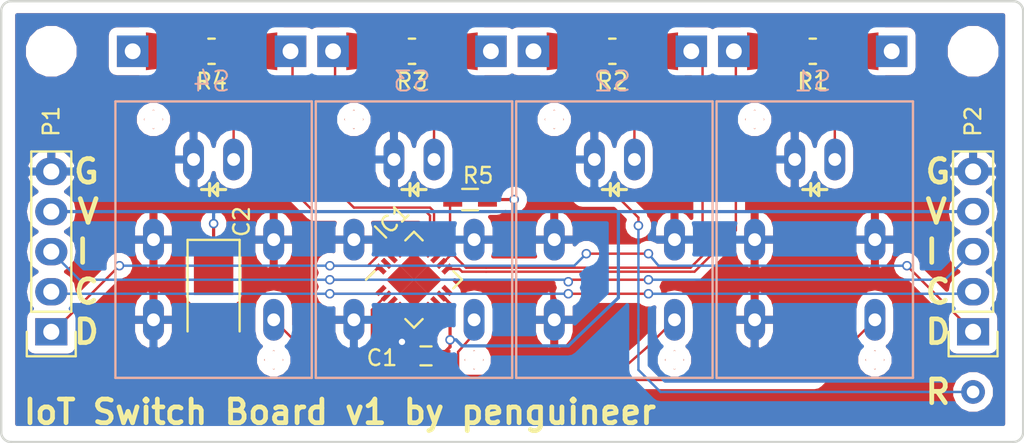
<source format=kicad_pcb>
(kicad_pcb (version 4) (host pcbnew 4.0.5+dfsg1-4~bpo8+1)

  (general
    (links 53)
    (no_connects 0)
    (area 158.420999 51.486999 227.024001 79.069001)
    (thickness 1.6)
    (drawings 44)
    (tracks 202)
    (zones 0)
    (modules 17)
    (nets 19)
  )

  (page A4)
  (layers
    (0 F.Cu mixed)
    (31 B.Cu mixed)
    (32 B.Adhes user)
    (33 F.Adhes user)
    (34 B.Paste user)
    (35 F.Paste user)
    (36 B.SilkS user)
    (37 F.SilkS user)
    (38 B.Mask user)
    (39 F.Mask user)
    (40 Dwgs.User user hide)
    (41 Cmts.User user)
    (42 Eco1.User user hide)
    (43 Eco2.User user hide)
    (44 Edge.Cuts user)
    (45 Margin user)
    (46 B.CrtYd user)
    (47 F.CrtYd user)
    (48 B.Fab user hide)
    (49 F.Fab user hide)
  )

  (setup
    (last_trace_width 0.1524)
    (trace_clearance 0.1016)
    (zone_clearance 0.508)
    (zone_45_only no)
    (trace_min 0.1)
    (segment_width 0.2)
    (edge_width 0.15)
    (via_size 0.6)
    (via_drill 0.4)
    (via_min_size 0.3)
    (via_min_drill 0.2)
    (uvia_size 0.3)
    (uvia_drill 0.1)
    (uvias_allowed no)
    (uvia_min_size 0)
    (uvia_min_drill 0)
    (pcb_text_width 0.3)
    (pcb_text_size 1.5 1.5)
    (mod_edge_width 0.15)
    (mod_text_size 1 1)
    (mod_text_width 0.15)
    (pad_size 5.5 5.5)
    (pad_drill 3.2)
    (pad_to_mask_clearance 0.2)
    (aux_axis_origin 0 0)
    (grid_origin 188.722 67.31)
    (visible_elements FFFFFF7F)
    (pcbplotparams
      (layerselection 0x00030_80000001)
      (usegerberextensions false)
      (excludeedgelayer true)
      (linewidth 0.100000)
      (plotframeref false)
      (viasonmask false)
      (mode 1)
      (useauxorigin false)
      (hpglpennumber 1)
      (hpglpenspeed 20)
      (hpglpendiameter 15)
      (hpglpenoverlay 2)
      (psnegative false)
      (psa4output false)
      (plotreference true)
      (plotvalue true)
      (plotinvisibletext false)
      (padsonsilk false)
      (subtractmaskfromsilk false)
      (outputformat 1)
      (mirror false)
      (drillshape 1)
      (scaleselection 1)
      (outputdirectory ""))
  )

  (net 0 "")
  (net 1 VCC_IN)
  (net 2 GND)
  (net 3 INT)
  (net 4 RST)
  (net 5 "Net-(R1-Pad1)")
  (net 6 LED1)
  (net 7 "Net-(R2-Pad1)")
  (net 8 LED2)
  (net 9 "Net-(R3-Pad1)")
  (net 10 LED3)
  (net 11 "Net-(R4-Pad1)")
  (net 12 LED4)
  (net 13 SW1)
  (net 14 SW2)
  (net 15 SW3)
  (net 16 SW4)
  (net 17 SCL)
  (net 18 SDA)

  (net_class Default "This is the default net class."
    (clearance 0.1016)
    (trace_width 0.1524)
    (via_dia 0.6)
    (via_drill 0.4)
    (uvia_dia 0.3)
    (uvia_drill 0.1)
    (add_net GND)
  )

  (net_class DATA ""
    (clearance 0.09906)
    (trace_width 0.1524)
    (via_dia 0.6)
    (via_drill 0.4)
    (uvia_dia 0.3)
    (uvia_drill 0.1)
    (add_net INT)
    (add_net LED1)
    (add_net LED2)
    (add_net LED3)
    (add_net LED4)
    (add_net "Net-(R1-Pad1)")
    (add_net "Net-(R2-Pad1)")
    (add_net "Net-(R3-Pad1)")
    (add_net "Net-(R4-Pad1)")
    (add_net RST)
    (add_net SCL)
    (add_net SDA)
    (add_net SW1)
    (add_net SW2)
    (add_net SW3)
    (add_net SW4)
  )

  (net_class PWR ""
    (clearance 0.1016)
    (trace_width 0.2032)
    (via_dia 0.6)
    (via_drill 0.4)
    (uvia_dia 0.3)
    (uvia_drill 0.1)
    (add_net VCC_IN)
  )

  (module n39-SWITCH_SRKL_LED (layer B.Cu) (tedit 58CDB30E) (tstamp 58CDAB37)
    (at 173.609 66.548 180)
    (descr SWITCH)
    (tags SWITCH)
    (path /58C87589)
    (attr virtual)
    (fp_text reference S4 (at 0.127 10.033 180) (layer B.SilkS)
      (effects (font (size 1.27 1.27) (thickness 0.127)) (justify mirror))
    )
    (fp_text value n39-SWITCH_SRKL_LED (at -0.635 -2.794 180) (layer B.SilkS) hide
      (effects (font (size 1.27 1.27) (thickness 0.127)) (justify mirror))
    )
    (fp_line (start -6.223 -8.76046) (end 6.223 -8.76046) (layer B.SilkS) (width 0.1524))
    (fp_line (start 6.223 8.76046) (end -6.223 8.76046) (layer B.SilkS) (width 0.1524))
    (fp_line (start 6.223 -8.509) (end -6.223 -8.509) (layer Dwgs.User) (width 0.1524))
    (fp_line (start 6.223 8.76046) (end 6.223 -8.509) (layer Dwgs.User) (width 0.1524))
    (fp_line (start 6.223 8.76046) (end -6.223 8.76046) (layer Dwgs.User) (width 0.1524))
    (fp_line (start 6.223 8.76046) (end 6.223 -8.76046) (layer B.SilkS) (width 0.1524))
    (fp_line (start -6.223 -8.76046) (end -6.223 8.76046) (layer B.SilkS) (width 0.1524))
    (fp_line (start -6.223 8.76046) (end -6.223 -8.509) (layer Dwgs.User) (width 0.1524))
    (fp_line (start -5.08 -7.366) (end 5.08 -7.366) (layer Dwgs.User) (width 0.1524))
    (fp_line (start 5.08 0.508) (end 5.08 -7.366) (layer Dwgs.User) (width 0.1524))
    (fp_line (start 5.08 0.508) (end -5.08 0.508) (layer Dwgs.User) (width 0.1524))
    (fp_line (start -5.08 -7.366) (end -5.08 0.508) (layer Dwgs.User) (width 0.1524))
    (fp_line (start -5.842 1.778) (end 5.842 1.778) (layer Dwgs.User) (width 0.1524))
    (fp_line (start 5.842 8.382) (end 5.842 1.778) (layer Dwgs.User) (width 0.1524))
    (fp_line (start 5.842 8.382) (end -5.842 8.382) (layer Dwgs.User) (width 0.1524))
    (fp_line (start -5.842 1.778) (end -5.842 8.382) (layer Dwgs.User) (width 0.1524))
    (fp_line (start -5.842 1.778) (end -5.08 0.508) (layer Dwgs.User) (width 0.1524))
    (fp_line (start 5.842 1.778) (end 5.08 0.508) (layer Dwgs.User) (width 0.1524))
    (fp_line (start 5.08 -7.366) (end 6.223 -8.509) (layer Dwgs.User) (width 0.1524))
    (fp_line (start -5.08 -7.366) (end -6.223 -8.509) (layer Dwgs.User) (width 0.1524))
    (fp_circle (center 0 5.08) (end -0.5715 5.6515) (layer Dwgs.User) (width 0.0762))
    (fp_circle (center 0 5.08) (end -0.762 5.842) (layer Dwgs.User) (width 0.0762))
    (fp_circle (center 3.81 7.62) (end 4.0894 7.8994) (layer B.SilkS) (width 0.127))
    (fp_line (start 3.2512 7.62) (end 4.36626 7.62) (layer B.SilkS) (width 0.127))
    (fp_line (start 3.81 7.0612) (end 3.81 8.1788) (layer B.SilkS) (width 0.127))
    (fp_circle (center -3.81 -7.62) (end -4.0894 -7.8994) (layer B.SilkS) (width 0.127))
    (fp_line (start -4.36626 -7.62) (end -3.2512 -7.62) (layer B.SilkS) (width 0.127))
    (fp_line (start -3.81 -8.1788) (end -3.81 -7.0612) (layer B.SilkS) (width 0.127))
    (pad + thru_hole oval (at -1.27 5.08) (size 1.3208 2.6416) (drill 0.8128) (layers *.Cu *.Paste *.Mask)
      (net 11 "Net-(R4-Pad1)"))
    (pad - thru_hole oval (at 1.27 5.08) (size 1.3208 2.6416) (drill 0.8128) (layers *.Cu *.Paste *.Mask)
      (net 2 GND))
    (pad 1 thru_hole oval (at -3.81 -5.08) (size 1.3208 2.6416) (drill 0.8128) (layers *.Cu *.Paste *.Mask)
      (net 16 SW4))
    (pad 2 thru_hole oval (at -3.81 0) (size 1.3208 2.6416) (drill 0.8128) (layers *.Cu *.Paste *.Mask)
      (net 2 GND))
    (pad 3 thru_hole oval (at 3.81 0) (size 1.3208 2.6416) (drill 0.8128) (layers *.Cu *.Paste *.Mask)
      (net 2 GND))
    (pad 4 thru_hole oval (at 3.81 -5.08) (size 1.3208 2.6416) (drill 0.8128) (layers *.Cu *.Paste *.Mask)
      (net 2 GND))
    (pad "" np_thru_hole circle (at 3.81 7.62 180) (size 1.1 1.1) (drill 1.1) (layers *.Cu)
      (zone_connect 0))
    (pad "" np_thru_hole circle (at -3.81 -7.62 180) (size 1.1 1.1) (drill 1.1) (layers *.Cu)
      (zone_connect 0))
  )

  (module Housings_DFN_QFN:QFN-20-1EP_4x4mm_Pitch0.5mm (layer F.Cu) (tedit 58CDB194) (tstamp 58CB617C)
    (at 186.309 69.088 45)
    (descr "20-Lead Plastic Quad Flat, No Lead Package (ML) - 4x4x0.9 mm Body [QFN]; (see Microchip Packaging Specification 00000049BS.pdf)")
    (tags "QFN 0.5")
    (path /58CAEEFC)
    (attr smd)
    (fp_text reference IC1 (at 1.616446 -3.592102 45) (layer F.SilkS)
      (effects (font (size 1 1) (thickness 0.15)))
    )
    (fp_text value ATTINY84-M (at 0 3.33 45) (layer F.Fab)
      (effects (font (size 1 1) (thickness 0.15)))
    )
    (fp_line (start -1 -2) (end 2 -2) (layer F.Fab) (width 0.15))
    (fp_line (start 2 -2) (end 2 2) (layer F.Fab) (width 0.15))
    (fp_line (start 2 2) (end -2 2) (layer F.Fab) (width 0.15))
    (fp_line (start -2 2) (end -2 -1) (layer F.Fab) (width 0.15))
    (fp_line (start -2 -1) (end -1 -2) (layer F.Fab) (width 0.15))
    (fp_line (start -2.6 -2.6) (end -2.6 2.6) (layer F.CrtYd) (width 0.05))
    (fp_line (start 2.6 -2.6) (end 2.6 2.6) (layer F.CrtYd) (width 0.05))
    (fp_line (start -2.6 -2.6) (end 2.6 -2.6) (layer F.CrtYd) (width 0.05))
    (fp_line (start -2.6 2.6) (end 2.6 2.6) (layer F.CrtYd) (width 0.05))
    (fp_line (start 2.15 -2.15) (end 2.15 -1.375) (layer F.SilkS) (width 0.15))
    (fp_line (start -2.15 2.15) (end -2.15 1.375) (layer F.SilkS) (width 0.15))
    (fp_line (start 2.15 2.15) (end 2.15 1.375) (layer F.SilkS) (width 0.15))
    (fp_line (start -2.15 -2.15) (end -1.375 -2.15) (layer F.SilkS) (width 0.15))
    (fp_line (start -2.15 2.15) (end -1.375 2.15) (layer F.SilkS) (width 0.15))
    (fp_line (start 2.15 2.15) (end 1.375 2.15) (layer F.SilkS) (width 0.15))
    (fp_line (start 2.15 -2.15) (end 1.375 -2.15) (layer F.SilkS) (width 0.15))
    (pad 1 smd rect (at -1.965 -1 45) (size 0.73 0.3) (layers F.Cu F.Paste F.Mask)
      (net 17 SCL))
    (pad 2 smd rect (at -1.965 -0.5 45) (size 0.73 0.3) (layers F.Cu F.Paste F.Mask)
      (net 16 SW4))
    (pad 3 smd rect (at -1.965 0 45) (size 0.73 0.3) (layers F.Cu F.Paste F.Mask)
      (net 13 SW1))
    (pad 4 smd rect (at -1.965 0.5 45) (size 0.73 0.3) (layers F.Cu F.Paste F.Mask)
      (net 14 SW2))
    (pad 5 smd rect (at -1.965 1 45) (size 0.73 0.3) (layers F.Cu F.Paste F.Mask)
      (net 15 SW3))
    (pad 6 smd rect (at -1 1.965 135) (size 0.73 0.3) (layers F.Cu F.Paste F.Mask))
    (pad 7 smd rect (at -0.5 1.965 135) (size 0.73 0.3) (layers F.Cu F.Paste F.Mask))
    (pad 8 smd rect (at 0 1.965 135) (size 0.73 0.3) (layers F.Cu F.Paste F.Mask)
      (net 2 GND))
    (pad 9 smd rect (at 0.5 1.965 135) (size 0.73 0.3) (layers F.Cu F.Paste F.Mask)
      (net 1 VCC_IN))
    (pad 10 smd rect (at 1 1.965 135) (size 0.73 0.3) (layers F.Cu F.Paste F.Mask))
    (pad 11 smd rect (at 1.965 1 45) (size 0.73 0.3) (layers F.Cu F.Paste F.Mask)
      (net 6 LED1))
    (pad 12 smd rect (at 1.965 0.5 45) (size 0.73 0.3) (layers F.Cu F.Paste F.Mask)
      (net 8 LED2))
    (pad 13 smd rect (at 1.965 0 45) (size 0.73 0.3) (layers F.Cu F.Paste F.Mask)
      (net 4 RST))
    (pad 14 smd rect (at 1.965 -0.5 45) (size 0.73 0.3) (layers F.Cu F.Paste F.Mask)
      (net 10 LED3))
    (pad 15 smd rect (at 1.965 -1 45) (size 0.73 0.3) (layers F.Cu F.Paste F.Mask)
      (net 12 LED4))
    (pad 16 smd rect (at 1 -1.965 135) (size 0.73 0.3) (layers F.Cu F.Paste F.Mask)
      (net 18 SDA))
    (pad 17 smd rect (at 0.5 -1.965 135) (size 0.73 0.3) (layers F.Cu F.Paste F.Mask))
    (pad 18 smd rect (at 0 -1.965 135) (size 0.73 0.3) (layers F.Cu F.Paste F.Mask))
    (pad 19 smd rect (at -0.5 -1.965 135) (size 0.73 0.3) (layers F.Cu F.Paste F.Mask))
    (pad 20 smd rect (at -1 -1.965 135) (size 0.73 0.3) (layers F.Cu F.Paste F.Mask)
      (net 3 INT))
    (pad 21 smd rect (at 0.625 0.625 45) (size 1.25 1.25) (layers F.Cu F.Paste F.Mask)
      (solder_paste_margin_ratio -0.2))
    (pad 21 smd rect (at 0.625 -0.625 45) (size 1.25 1.25) (layers F.Cu F.Paste F.Mask)
      (solder_paste_margin_ratio -0.2))
    (pad 21 smd rect (at -0.625 0.625 45) (size 1.25 1.25) (layers F.Cu F.Paste F.Mask)
      (solder_paste_margin_ratio -0.2))
    (pad 21 smd rect (at -0.625 -0.625 45) (size 1.25 1.25) (layers F.Cu F.Paste F.Mask)
      (solder_paste_margin_ratio -0.2))
    (model Housings_DFN_QFN.3dshapes/QFN-20-1EP_4x4mm_Pitch0.5mm.wrl
      (at (xyz 0 0 0))
      (scale (xyz 1 1 1))
      (rotate (xyz 0 0 0))
    )
  )

  (module Resistors_SMD:R_0603_HandSoldering (layer F.Cu) (tedit 58CDA93B) (tstamp 58C97D86)
    (at 189.865 64.008 180)
    (descr "Resistor SMD 0603, hand soldering")
    (tags "resistor 0603")
    (path /58C89309)
    (attr smd)
    (fp_text reference R5 (at -0.508 1.524 180) (layer F.SilkS)
      (effects (font (size 1 1) (thickness 0.15)))
    )
    (fp_text value 10K (at 0 1.9 180) (layer F.Fab)
      (effects (font (size 1 1) (thickness 0.15)))
    )
    (fp_line (start -0.8 0.4) (end -0.8 -0.4) (layer F.Fab) (width 0.1))
    (fp_line (start 0.8 0.4) (end -0.8 0.4) (layer F.Fab) (width 0.1))
    (fp_line (start 0.8 -0.4) (end 0.8 0.4) (layer F.Fab) (width 0.1))
    (fp_line (start -0.8 -0.4) (end 0.8 -0.4) (layer F.Fab) (width 0.1))
    (fp_line (start -2 -0.8) (end 2 -0.8) (layer F.CrtYd) (width 0.05))
    (fp_line (start -2 0.8) (end 2 0.8) (layer F.CrtYd) (width 0.05))
    (fp_line (start -2 -0.8) (end -2 0.8) (layer F.CrtYd) (width 0.05))
    (fp_line (start 2 -0.8) (end 2 0.8) (layer F.CrtYd) (width 0.05))
    (fp_line (start 0.5 0.675) (end -0.5 0.675) (layer F.SilkS) (width 0.15))
    (fp_line (start -0.5 -0.675) (end 0.5 -0.675) (layer F.SilkS) (width 0.15))
    (pad 1 smd rect (at -1.1 0 180) (size 1.2 0.9) (layers F.Cu F.Paste F.Mask)
      (net 1 VCC_IN))
    (pad 2 smd rect (at 1.1 0 180) (size 1.2 0.9) (layers F.Cu F.Paste F.Mask)
      (net 4 RST))
    (model Resistors_SMD.3dshapes/R_0603_HandSoldering.wrl
      (at (xyz 0 0 0))
      (scale (xyz 1 1 1))
      (rotate (xyz 0 0 0))
    )
  )

  (module Resistors_Universal:Resistor_SMD+THTuniversal_0805to1206_RM10_HandSoldering (layer F.Cu) (tedit 58CDA953) (tstamp 58C97D76)
    (at 173.482 54.61)
    (descr "Resistor, SMD and THT, universal, 0805 to 1206,RM10,  Hand soldering,")
    (tags "Resistor, SMD and THT, universal, 0805 to 1206, RM10, Hand soldering,")
    (path /58C87597)
    (fp_text reference R4 (at 0 1.905) (layer F.SilkS)
      (effects (font (size 1 1) (thickness 0.15)))
    )
    (fp_text value R (at -0.39878 4.20116) (layer F.Fab)
      (effects (font (size 1 1) (thickness 0.15)))
    )
    (fp_line (start 0 0.8001) (end 0.20066 0.8001) (layer F.SilkS) (width 0.15))
    (fp_line (start 0 0.8001) (end -0.20066 0.8001) (layer F.SilkS) (width 0.15))
    (fp_line (start -0.09906 -0.8001) (end -0.20066 -0.8001) (layer F.SilkS) (width 0.15))
    (fp_line (start -0.20066 -0.8001) (end 0.20066 -0.8001) (layer F.SilkS) (width 0.15))
    (pad 1 smd trapezoid (at -2.413 0) (size 3.50012 1.99898) (rect_delta 0.39878 0 ) (layers F.Cu F.Paste F.Mask)
      (net 11 "Net-(R4-Pad1)"))
    (pad 2 smd trapezoid (at 2.413 0 180) (size 3.50012 1.99898) (rect_delta 0.39878 0 ) (layers F.Cu F.Paste F.Mask)
      (net 12 LED4))
    (pad 1 thru_hole rect (at -5.00126 0 180) (size 1.99898 1.99898) (drill 1.00076) (layers *.Cu *.Mask)
      (net 11 "Net-(R4-Pad1)"))
    (pad 2 thru_hole rect (at 5.00126 0 180) (size 1.99898 1.99898) (drill 1.00076) (layers *.Cu *.Mask)
      (net 12 LED4))
  )

  (module Resistors_Universal:Resistor_SMD+THTuniversal_0805to1206_RM10_HandSoldering (layer F.Cu) (tedit 58CDA955) (tstamp 58C97D6A)
    (at 186.182 54.61 180)
    (descr "Resistor, SMD and THT, universal, 0805 to 1206,RM10,  Hand soldering,")
    (tags "Resistor, SMD and THT, universal, 0805 to 1206, RM10, Hand soldering,")
    (path /58C873FB)
    (fp_text reference R3 (at 0 -1.905 180) (layer F.SilkS)
      (effects (font (size 1 1) (thickness 0.15)))
    )
    (fp_text value R (at -0.39878 4.20116 180) (layer F.Fab)
      (effects (font (size 1 1) (thickness 0.15)))
    )
    (fp_line (start 0 0.8001) (end 0.20066 0.8001) (layer F.SilkS) (width 0.15))
    (fp_line (start 0 0.8001) (end -0.20066 0.8001) (layer F.SilkS) (width 0.15))
    (fp_line (start -0.09906 -0.8001) (end -0.20066 -0.8001) (layer F.SilkS) (width 0.15))
    (fp_line (start -0.20066 -0.8001) (end 0.20066 -0.8001) (layer F.SilkS) (width 0.15))
    (pad 1 smd trapezoid (at -2.413 0 180) (size 3.50012 1.99898) (rect_delta 0.39878 0 ) (layers F.Cu F.Paste F.Mask)
      (net 9 "Net-(R3-Pad1)"))
    (pad 2 smd trapezoid (at 2.413 0) (size 3.50012 1.99898) (rect_delta 0.39878 0 ) (layers F.Cu F.Paste F.Mask)
      (net 10 LED3))
    (pad 1 thru_hole rect (at -5.00126 0) (size 1.99898 1.99898) (drill 1.00076) (layers *.Cu *.Mask)
      (net 9 "Net-(R3-Pad1)"))
    (pad 2 thru_hole rect (at 5.00126 0) (size 1.99898 1.99898) (drill 1.00076) (layers *.Cu *.Mask)
      (net 10 LED3))
  )

  (module Resistors_Universal:Resistor_SMD+THTuniversal_0805to1206_RM10_HandSoldering (layer F.Cu) (tedit 58CDA958) (tstamp 58C97D5E)
    (at 198.882 54.61)
    (descr "Resistor, SMD and THT, universal, 0805 to 1206,RM10,  Hand soldering,")
    (tags "Resistor, SMD and THT, universal, 0805 to 1206, RM10, Hand soldering,")
    (path /58C871D5)
    (fp_text reference R2 (at 0 1.905) (layer F.SilkS)
      (effects (font (size 1 1) (thickness 0.15)))
    )
    (fp_text value R (at -0.39878 4.20116) (layer F.Fab)
      (effects (font (size 1 1) (thickness 0.15)))
    )
    (fp_line (start 0 0.8001) (end 0.20066 0.8001) (layer F.SilkS) (width 0.15))
    (fp_line (start 0 0.8001) (end -0.20066 0.8001) (layer F.SilkS) (width 0.15))
    (fp_line (start -0.09906 -0.8001) (end -0.20066 -0.8001) (layer F.SilkS) (width 0.15))
    (fp_line (start -0.20066 -0.8001) (end 0.20066 -0.8001) (layer F.SilkS) (width 0.15))
    (pad 1 smd trapezoid (at -2.413 0) (size 3.50012 1.99898) (rect_delta 0.39878 0 ) (layers F.Cu F.Paste F.Mask)
      (net 7 "Net-(R2-Pad1)"))
    (pad 2 smd trapezoid (at 2.413 0 180) (size 3.50012 1.99898) (rect_delta 0.39878 0 ) (layers F.Cu F.Paste F.Mask)
      (net 8 LED2))
    (pad 1 thru_hole rect (at -5.00126 0 180) (size 1.99898 1.99898) (drill 1.00076) (layers *.Cu *.Mask)
      (net 7 "Net-(R2-Pad1)"))
    (pad 2 thru_hole rect (at 5.00126 0 180) (size 1.99898 1.99898) (drill 1.00076) (layers *.Cu *.Mask)
      (net 8 LED2))
  )

  (module Resistors_Universal:Resistor_SMD+THTuniversal_0805to1206_RM10_HandSoldering (layer F.Cu) (tedit 58CDA95C) (tstamp 58C97D52)
    (at 211.582 54.61 180)
    (descr "Resistor, SMD and THT, universal, 0805 to 1206,RM10,  Hand soldering,")
    (tags "Resistor, SMD and THT, universal, 0805 to 1206, RM10, Hand soldering,")
    (path /58C8622C)
    (fp_text reference R1 (at 0 -1.905 180) (layer F.SilkS)
      (effects (font (size 1 1) (thickness 0.15)))
    )
    (fp_text value R (at -0.39878 4.20116 180) (layer F.Fab)
      (effects (font (size 1 1) (thickness 0.15)))
    )
    (fp_line (start 0 0.8001) (end 0.20066 0.8001) (layer F.SilkS) (width 0.15))
    (fp_line (start 0 0.8001) (end -0.20066 0.8001) (layer F.SilkS) (width 0.15))
    (fp_line (start -0.09906 -0.8001) (end -0.20066 -0.8001) (layer F.SilkS) (width 0.15))
    (fp_line (start -0.20066 -0.8001) (end 0.20066 -0.8001) (layer F.SilkS) (width 0.15))
    (pad 1 smd trapezoid (at -2.413 0 180) (size 3.50012 1.99898) (rect_delta 0.39878 0 ) (layers F.Cu F.Paste F.Mask)
      (net 5 "Net-(R1-Pad1)"))
    (pad 2 smd trapezoid (at 2.413 0) (size 3.50012 1.99898) (rect_delta 0.39878 0 ) (layers F.Cu F.Paste F.Mask)
      (net 6 LED1))
    (pad 1 thru_hole rect (at -5.00126 0) (size 1.99898 1.99898) (drill 1.00076) (layers *.Cu *.Mask)
      (net 5 "Net-(R1-Pad1)"))
    (pad 2 thru_hole rect (at 5.00126 0) (size 1.99898 1.99898) (drill 1.00076) (layers *.Cu *.Mask)
      (net 6 LED1))
  )

  (module Socket_Strips:Socket_Strip_Straight_1x05 (layer F.Cu) (tedit 58CDACF2) (tstamp 58C97D29)
    (at 163.322 72.39 90)
    (descr "Through hole socket strip")
    (tags "socket strip")
    (path /58C8EB95)
    (fp_text reference P1 (at 13.335 0 270) (layer F.SilkS)
      (effects (font (size 1 1) (thickness 0.15)))
    )
    (fp_text value CONN_01X05 (at 0 -3.1 90) (layer F.Fab) hide
      (effects (font (size 1 1) (thickness 0.15)))
    )
    (fp_line (start -1.75 -1.75) (end -1.75 1.75) (layer F.CrtYd) (width 0.05))
    (fp_line (start 11.95 -1.75) (end 11.95 1.75) (layer F.CrtYd) (width 0.05))
    (fp_line (start -1.75 -1.75) (end 11.95 -1.75) (layer F.CrtYd) (width 0.05))
    (fp_line (start -1.75 1.75) (end 11.95 1.75) (layer F.CrtYd) (width 0.05))
    (fp_line (start 1.27 1.27) (end 11.43 1.27) (layer F.SilkS) (width 0.15))
    (fp_line (start 11.43 1.27) (end 11.43 -1.27) (layer F.SilkS) (width 0.15))
    (fp_line (start 11.43 -1.27) (end 1.27 -1.27) (layer F.SilkS) (width 0.15))
    (fp_line (start -1.55 1.55) (end 0 1.55) (layer F.SilkS) (width 0.15))
    (fp_line (start 1.27 1.27) (end 1.27 -1.27) (layer F.SilkS) (width 0.15))
    (fp_line (start 0 -1.55) (end -1.55 -1.55) (layer F.SilkS) (width 0.15))
    (fp_line (start -1.55 -1.55) (end -1.55 1.55) (layer F.SilkS) (width 0.15))
    (pad 1 thru_hole rect (at 0 0 90) (size 1.7272 2.032) (drill 1.016) (layers *.Cu *.Mask)
      (net 18 SDA))
    (pad 2 thru_hole oval (at 2.54 0 90) (size 1.7272 2.032) (drill 1.016) (layers *.Cu *.Mask)
      (net 17 SCL))
    (pad 3 thru_hole oval (at 5.08 0 90) (size 1.7272 2.032) (drill 1.016) (layers *.Cu *.Mask)
      (net 3 INT))
    (pad 4 thru_hole oval (at 7.62 0 90) (size 1.7272 2.032) (drill 1.016) (layers *.Cu *.Mask)
      (net 1 VCC_IN))
    (pad 5 thru_hole oval (at 10.16 0 90) (size 1.7272 2.032) (drill 1.016) (layers *.Cu *.Mask)
      (net 2 GND))
    (model Socket_Strips.3dshapes/Socket_Strip_Straight_1x05.wrl
      (at (xyz 0.2 0 0))
      (scale (xyz 1 1 1))
      (rotate (xyz 0 0 180))
    )
  )

  (module Capacitors_Tantalum_SMD:Tantalum_Case-B_EIA-3528-21_Hand (layer F.Cu) (tedit 58CDB1AC) (tstamp 58C97D15)
    (at 173.609 70.612 270)
    (descr "Tantalum capacitor, Case B, EIA 3528-21, 3.5x2.8x1.9mm, Hand soldering footprint")
    (tags "capacitor tantalum smd")
    (path /58C950C2)
    (attr smd)
    (fp_text reference C2 (at -5.207 -1.778 270) (layer F.SilkS)
      (effects (font (size 1 1) (thickness 0.15)))
    )
    (fp_text value 3u3 (at 0 3.15 270) (layer F.Fab)
      (effects (font (size 1 1) (thickness 0.15)))
    )
    (fp_line (start -4.15 -1.75) (end -4.15 1.75) (layer F.CrtYd) (width 0.05))
    (fp_line (start -4.15 1.75) (end 4.15 1.75) (layer F.CrtYd) (width 0.05))
    (fp_line (start 4.15 1.75) (end 4.15 -1.75) (layer F.CrtYd) (width 0.05))
    (fp_line (start 4.15 -1.75) (end -4.15 -1.75) (layer F.CrtYd) (width 0.05))
    (fp_line (start -1.75 -1.4) (end -1.75 1.4) (layer F.Fab) (width 0.15))
    (fp_line (start -1.75 1.4) (end 1.75 1.4) (layer F.Fab) (width 0.15))
    (fp_line (start 1.75 1.4) (end 1.75 -1.4) (layer F.Fab) (width 0.15))
    (fp_line (start 1.75 -1.4) (end -1.75 -1.4) (layer F.Fab) (width 0.15))
    (fp_line (start -1.4 -1.4) (end -1.4 1.4) (layer F.Fab) (width 0.15))
    (fp_line (start -1.225 -1.4) (end -1.225 1.4) (layer F.Fab) (width 0.15))
    (fp_line (start -4.05 -1.65) (end 1.75 -1.65) (layer F.SilkS) (width 0.15))
    (fp_line (start -4.05 1.65) (end 1.75 1.65) (layer F.SilkS) (width 0.15))
    (fp_line (start -4.05 -1.65) (end -4.05 1.65) (layer F.SilkS) (width 0.15))
    (pad 1 smd rect (at -2.15 0 270) (size 3.2 2.5) (layers F.Cu F.Paste F.Mask)
      (net 1 VCC_IN))
    (pad 2 smd rect (at 2.15 0 270) (size 3.2 2.5) (layers F.Cu F.Paste F.Mask)
      (net 2 GND))
    (model Capacitors_Tantalum_SMD.3dshapes/Tantalum_Case-B_EIA-3528-21.wrl
      (at (xyz 0 0 0))
      (scale (xyz 1 1 1))
      (rotate (xyz 0 0 0))
    )
  )

  (module Capacitors_SMD:C_0603_HandSoldering (layer F.Cu) (tedit 58CDA92F) (tstamp 58C97D02)
    (at 187.071 73.914 180)
    (descr "Capacitor SMD 0603, hand soldering")
    (tags "capacitor 0603")
    (path /58C880EA)
    (attr smd)
    (fp_text reference C1 (at 2.794 -0.127 180) (layer F.SilkS)
      (effects (font (size 1 1) (thickness 0.15)))
    )
    (fp_text value 100n (at 0 1.9 180) (layer F.Fab)
      (effects (font (size 1 1) (thickness 0.15)))
    )
    (fp_line (start -0.8 0.4) (end -0.8 -0.4) (layer F.Fab) (width 0.15))
    (fp_line (start 0.8 0.4) (end -0.8 0.4) (layer F.Fab) (width 0.15))
    (fp_line (start 0.8 -0.4) (end 0.8 0.4) (layer F.Fab) (width 0.15))
    (fp_line (start -0.8 -0.4) (end 0.8 -0.4) (layer F.Fab) (width 0.15))
    (fp_line (start -1.85 -0.75) (end 1.85 -0.75) (layer F.CrtYd) (width 0.05))
    (fp_line (start -1.85 0.75) (end 1.85 0.75) (layer F.CrtYd) (width 0.05))
    (fp_line (start -1.85 -0.75) (end -1.85 0.75) (layer F.CrtYd) (width 0.05))
    (fp_line (start 1.85 -0.75) (end 1.85 0.75) (layer F.CrtYd) (width 0.05))
    (fp_line (start -0.35 -0.6) (end 0.35 -0.6) (layer F.SilkS) (width 0.15))
    (fp_line (start 0.35 0.6) (end -0.35 0.6) (layer F.SilkS) (width 0.15))
    (pad 1 smd rect (at -0.95 0 180) (size 1.2 0.75) (layers F.Cu F.Paste F.Mask)
      (net 1 VCC_IN))
    (pad 2 smd rect (at 0.95 0 180) (size 1.2 0.75) (layers F.Cu F.Paste F.Mask)
      (net 2 GND))
    (model Capacitors_SMD.3dshapes/C_0603_HandSoldering.wrl
      (at (xyz 0 0 0))
      (scale (xyz 1 1 1))
      (rotate (xyz 0 0 0))
    )
  )

  (module n39-SWITCH_SRKL_LED (layer B.Cu) (tedit 58CDB319) (tstamp 58CDAAC2)
    (at 211.709 66.548 180)
    (descr SWITCH)
    (tags SWITCH)
    (path /58C8614F)
    (attr virtual)
    (fp_text reference S1 (at 0.127 10.033 180) (layer B.SilkS)
      (effects (font (size 1.27 1.27) (thickness 0.127)) (justify mirror))
    )
    (fp_text value n39-SWITCH_SRKL_LED (at -0.635 -2.794 180) (layer B.SilkS) hide
      (effects (font (size 1.27 1.27) (thickness 0.127)) (justify mirror))
    )
    (fp_line (start -6.223 -8.76046) (end 6.223 -8.76046) (layer B.SilkS) (width 0.1524))
    (fp_line (start 6.223 8.76046) (end -6.223 8.76046) (layer B.SilkS) (width 0.1524))
    (fp_line (start 6.223 -8.509) (end -6.223 -8.509) (layer Dwgs.User) (width 0.1524))
    (fp_line (start 6.223 8.76046) (end 6.223 -8.509) (layer Dwgs.User) (width 0.1524))
    (fp_line (start 6.223 8.76046) (end -6.223 8.76046) (layer Dwgs.User) (width 0.1524))
    (fp_line (start 6.223 8.76046) (end 6.223 -8.76046) (layer B.SilkS) (width 0.1524))
    (fp_line (start -6.223 -8.76046) (end -6.223 8.76046) (layer B.SilkS) (width 0.1524))
    (fp_line (start -6.223 8.76046) (end -6.223 -8.509) (layer Dwgs.User) (width 0.1524))
    (fp_line (start -5.08 -7.366) (end 5.08 -7.366) (layer Dwgs.User) (width 0.1524))
    (fp_line (start 5.08 0.508) (end 5.08 -7.366) (layer Dwgs.User) (width 0.1524))
    (fp_line (start 5.08 0.508) (end -5.08 0.508) (layer Dwgs.User) (width 0.1524))
    (fp_line (start -5.08 -7.366) (end -5.08 0.508) (layer Dwgs.User) (width 0.1524))
    (fp_line (start -5.842 1.778) (end 5.842 1.778) (layer Dwgs.User) (width 0.1524))
    (fp_line (start 5.842 8.382) (end 5.842 1.778) (layer Dwgs.User) (width 0.1524))
    (fp_line (start 5.842 8.382) (end -5.842 8.382) (layer Dwgs.User) (width 0.1524))
    (fp_line (start -5.842 1.778) (end -5.842 8.382) (layer Dwgs.User) (width 0.1524))
    (fp_line (start -5.842 1.778) (end -5.08 0.508) (layer Dwgs.User) (width 0.1524))
    (fp_line (start 5.842 1.778) (end 5.08 0.508) (layer Dwgs.User) (width 0.1524))
    (fp_line (start 5.08 -7.366) (end 6.223 -8.509) (layer Dwgs.User) (width 0.1524))
    (fp_line (start -5.08 -7.366) (end -6.223 -8.509) (layer Dwgs.User) (width 0.1524))
    (fp_circle (center 0 5.08) (end -0.5715 5.6515) (layer Dwgs.User) (width 0.0762))
    (fp_circle (center 0 5.08) (end -0.762 5.842) (layer Dwgs.User) (width 0.0762))
    (fp_circle (center 3.81 7.62) (end 4.0894 7.8994) (layer B.SilkS) (width 0.127))
    (fp_line (start 3.2512 7.62) (end 4.36626 7.62) (layer B.SilkS) (width 0.127))
    (fp_line (start 3.81 7.0612) (end 3.81 8.1788) (layer B.SilkS) (width 0.127))
    (fp_circle (center -3.81 -7.62) (end -4.0894 -7.8994) (layer B.SilkS) (width 0.127))
    (fp_line (start -4.36626 -7.62) (end -3.2512 -7.62) (layer B.SilkS) (width 0.127))
    (fp_line (start -3.81 -8.1788) (end -3.81 -7.0612) (layer B.SilkS) (width 0.127))
    (pad + thru_hole oval (at -1.27 5.08) (size 1.3208 2.6416) (drill 0.8128) (layers *.Cu *.Paste *.Mask)
      (net 5 "Net-(R1-Pad1)"))
    (pad - thru_hole oval (at 1.27 5.08) (size 1.3208 2.6416) (drill 0.8128) (layers *.Cu *.Paste *.Mask)
      (net 2 GND))
    (pad 1 thru_hole oval (at -3.81 -5.08) (size 1.3208 2.6416) (drill 0.8128) (layers *.Cu *.Paste *.Mask)
      (net 13 SW1))
    (pad 2 thru_hole oval (at -3.81 0) (size 1.3208 2.6416) (drill 0.8128) (layers *.Cu *.Paste *.Mask)
      (net 2 GND))
    (pad 3 thru_hole oval (at 3.81 0) (size 1.3208 2.6416) (drill 0.8128) (layers *.Cu *.Paste *.Mask)
      (net 2 GND))
    (pad 4 thru_hole oval (at 3.81 -5.08) (size 1.3208 2.6416) (drill 0.8128) (layers *.Cu *.Paste *.Mask)
      (net 2 GND))
    (pad "" np_thru_hole circle (at 3.81 7.62 180) (size 1.1 1.1) (drill 1.1) (layers *.Cu)
      (zone_connect 0))
    (pad "" np_thru_hole circle (at -3.81 -7.62 180) (size 1.1 1.1) (drill 1.1) (layers *.Cu)
      (zone_connect 0))
  )

  (module n39-SWITCH_SRKL_LED (layer B.Cu) (tedit 58CDB317) (tstamp 58CDAAE9)
    (at 199.009 66.548 180)
    (descr SWITCH)
    (tags SWITCH)
    (path /58C871C7)
    (attr virtual)
    (fp_text reference S2 (at 0.127 10.033 180) (layer B.SilkS)
      (effects (font (size 1.27 1.27) (thickness 0.127)) (justify mirror))
    )
    (fp_text value n39-SWITCH_SRKL_LED (at -0.635 -2.794 180) (layer B.SilkS) hide
      (effects (font (size 1.27 1.27) (thickness 0.127)) (justify mirror))
    )
    (fp_line (start -6.223 -8.76046) (end 6.223 -8.76046) (layer B.SilkS) (width 0.1524))
    (fp_line (start 6.223 8.76046) (end -6.223 8.76046) (layer B.SilkS) (width 0.1524))
    (fp_line (start 6.223 -8.509) (end -6.223 -8.509) (layer Dwgs.User) (width 0.1524))
    (fp_line (start 6.223 8.76046) (end 6.223 -8.509) (layer Dwgs.User) (width 0.1524))
    (fp_line (start 6.223 8.76046) (end -6.223 8.76046) (layer Dwgs.User) (width 0.1524))
    (fp_line (start 6.223 8.76046) (end 6.223 -8.76046) (layer B.SilkS) (width 0.1524))
    (fp_line (start -6.223 -8.76046) (end -6.223 8.76046) (layer B.SilkS) (width 0.1524))
    (fp_line (start -6.223 8.76046) (end -6.223 -8.509) (layer Dwgs.User) (width 0.1524))
    (fp_line (start -5.08 -7.366) (end 5.08 -7.366) (layer Dwgs.User) (width 0.1524))
    (fp_line (start 5.08 0.508) (end 5.08 -7.366) (layer Dwgs.User) (width 0.1524))
    (fp_line (start 5.08 0.508) (end -5.08 0.508) (layer Dwgs.User) (width 0.1524))
    (fp_line (start -5.08 -7.366) (end -5.08 0.508) (layer Dwgs.User) (width 0.1524))
    (fp_line (start -5.842 1.778) (end 5.842 1.778) (layer Dwgs.User) (width 0.1524))
    (fp_line (start 5.842 8.382) (end 5.842 1.778) (layer Dwgs.User) (width 0.1524))
    (fp_line (start 5.842 8.382) (end -5.842 8.382) (layer Dwgs.User) (width 0.1524))
    (fp_line (start -5.842 1.778) (end -5.842 8.382) (layer Dwgs.User) (width 0.1524))
    (fp_line (start -5.842 1.778) (end -5.08 0.508) (layer Dwgs.User) (width 0.1524))
    (fp_line (start 5.842 1.778) (end 5.08 0.508) (layer Dwgs.User) (width 0.1524))
    (fp_line (start 5.08 -7.366) (end 6.223 -8.509) (layer Dwgs.User) (width 0.1524))
    (fp_line (start -5.08 -7.366) (end -6.223 -8.509) (layer Dwgs.User) (width 0.1524))
    (fp_circle (center 0 5.08) (end -0.5715 5.6515) (layer Dwgs.User) (width 0.0762))
    (fp_circle (center 0 5.08) (end -0.762 5.842) (layer Dwgs.User) (width 0.0762))
    (fp_circle (center 3.81 7.62) (end 4.0894 7.8994) (layer B.SilkS) (width 0.127))
    (fp_line (start 3.2512 7.62) (end 4.36626 7.62) (layer B.SilkS) (width 0.127))
    (fp_line (start 3.81 7.0612) (end 3.81 8.1788) (layer B.SilkS) (width 0.127))
    (fp_circle (center -3.81 -7.62) (end -4.0894 -7.8994) (layer B.SilkS) (width 0.127))
    (fp_line (start -4.36626 -7.62) (end -3.2512 -7.62) (layer B.SilkS) (width 0.127))
    (fp_line (start -3.81 -8.1788) (end -3.81 -7.0612) (layer B.SilkS) (width 0.127))
    (pad + thru_hole oval (at -1.27 5.08) (size 1.3208 2.6416) (drill 0.8128) (layers *.Cu *.Paste *.Mask)
      (net 7 "Net-(R2-Pad1)"))
    (pad - thru_hole oval (at 1.27 5.08) (size 1.3208 2.6416) (drill 0.8128) (layers *.Cu *.Paste *.Mask)
      (net 2 GND))
    (pad 1 thru_hole oval (at -3.81 -5.08) (size 1.3208 2.6416) (drill 0.8128) (layers *.Cu *.Paste *.Mask)
      (net 14 SW2))
    (pad 2 thru_hole oval (at -3.81 0) (size 1.3208 2.6416) (drill 0.8128) (layers *.Cu *.Paste *.Mask)
      (net 2 GND))
    (pad 3 thru_hole oval (at 3.81 0) (size 1.3208 2.6416) (drill 0.8128) (layers *.Cu *.Paste *.Mask)
      (net 2 GND))
    (pad 4 thru_hole oval (at 3.81 -5.08) (size 1.3208 2.6416) (drill 0.8128) (layers *.Cu *.Paste *.Mask)
      (net 2 GND))
    (pad "" np_thru_hole circle (at 3.81 7.62 180) (size 1.1 1.1) (drill 1.1) (layers *.Cu)
      (zone_connect 0))
    (pad "" np_thru_hole circle (at -3.81 -7.62 180) (size 1.1 1.1) (drill 1.1) (layers *.Cu)
      (zone_connect 0))
  )

  (module n39-SWITCH_SRKL_LED (layer B.Cu) (tedit 58CDB313) (tstamp 58CDAB10)
    (at 186.309 66.548 180)
    (descr SWITCH)
    (tags SWITCH)
    (path /58C873ED)
    (attr virtual)
    (fp_text reference S3 (at 0.127 10.033 180) (layer B.SilkS)
      (effects (font (size 1.27 1.27) (thickness 0.127)) (justify mirror))
    )
    (fp_text value n39-SWITCH_SRKL_LED (at -0.635 -2.794 180) (layer B.SilkS) hide
      (effects (font (size 1.27 1.27) (thickness 0.127)) (justify mirror))
    )
    (fp_line (start -6.223 -8.76046) (end 6.223 -8.76046) (layer B.SilkS) (width 0.1524))
    (fp_line (start 6.223 8.76046) (end -6.223 8.76046) (layer B.SilkS) (width 0.1524))
    (fp_line (start 6.223 -8.509) (end -6.223 -8.509) (layer Dwgs.User) (width 0.1524))
    (fp_line (start 6.223 8.76046) (end 6.223 -8.509) (layer Dwgs.User) (width 0.1524))
    (fp_line (start 6.223 8.76046) (end -6.223 8.76046) (layer Dwgs.User) (width 0.1524))
    (fp_line (start 6.223 8.76046) (end 6.223 -8.76046) (layer B.SilkS) (width 0.1524))
    (fp_line (start -6.223 -8.76046) (end -6.223 8.76046) (layer B.SilkS) (width 0.1524))
    (fp_line (start -6.223 8.76046) (end -6.223 -8.509) (layer Dwgs.User) (width 0.1524))
    (fp_line (start -5.08 -7.366) (end 5.08 -7.366) (layer Dwgs.User) (width 0.1524))
    (fp_line (start 5.08 0.508) (end 5.08 -7.366) (layer Dwgs.User) (width 0.1524))
    (fp_line (start 5.08 0.508) (end -5.08 0.508) (layer Dwgs.User) (width 0.1524))
    (fp_line (start -5.08 -7.366) (end -5.08 0.508) (layer Dwgs.User) (width 0.1524))
    (fp_line (start -5.842 1.778) (end 5.842 1.778) (layer Dwgs.User) (width 0.1524))
    (fp_line (start 5.842 8.382) (end 5.842 1.778) (layer Dwgs.User) (width 0.1524))
    (fp_line (start 5.842 8.382) (end -5.842 8.382) (layer Dwgs.User) (width 0.1524))
    (fp_line (start -5.842 1.778) (end -5.842 8.382) (layer Dwgs.User) (width 0.1524))
    (fp_line (start -5.842 1.778) (end -5.08 0.508) (layer Dwgs.User) (width 0.1524))
    (fp_line (start 5.842 1.778) (end 5.08 0.508) (layer Dwgs.User) (width 0.1524))
    (fp_line (start 5.08 -7.366) (end 6.223 -8.509) (layer Dwgs.User) (width 0.1524))
    (fp_line (start -5.08 -7.366) (end -6.223 -8.509) (layer Dwgs.User) (width 0.1524))
    (fp_circle (center 0 5.08) (end -0.5715 5.6515) (layer Dwgs.User) (width 0.0762))
    (fp_circle (center 0 5.08) (end -0.762 5.842) (layer Dwgs.User) (width 0.0762))
    (fp_circle (center 3.81 7.62) (end 4.0894 7.8994) (layer B.SilkS) (width 0.127))
    (fp_line (start 3.2512 7.62) (end 4.36626 7.62) (layer B.SilkS) (width 0.127))
    (fp_line (start 3.81 7.0612) (end 3.81 8.1788) (layer B.SilkS) (width 0.127))
    (fp_circle (center -3.81 -7.62) (end -4.0894 -7.8994) (layer B.SilkS) (width 0.127))
    (fp_line (start -4.36626 -7.62) (end -3.2512 -7.62) (layer B.SilkS) (width 0.127))
    (fp_line (start -3.81 -8.1788) (end -3.81 -7.0612) (layer B.SilkS) (width 0.127))
    (pad + thru_hole oval (at -1.27 5.08) (size 1.3208 2.6416) (drill 0.8128) (layers *.Cu *.Paste *.Mask)
      (net 9 "Net-(R3-Pad1)"))
    (pad - thru_hole oval (at 1.27 5.08) (size 1.3208 2.6416) (drill 0.8128) (layers *.Cu *.Paste *.Mask)
      (net 2 GND))
    (pad 1 thru_hole oval (at -3.81 -5.08) (size 1.3208 2.6416) (drill 0.8128) (layers *.Cu *.Paste *.Mask)
      (net 15 SW3))
    (pad 2 thru_hole oval (at -3.81 0) (size 1.3208 2.6416) (drill 0.8128) (layers *.Cu *.Paste *.Mask)
      (net 2 GND))
    (pad 3 thru_hole oval (at 3.81 0) (size 1.3208 2.6416) (drill 0.8128) (layers *.Cu *.Paste *.Mask)
      (net 2 GND))
    (pad 4 thru_hole oval (at 3.81 -5.08) (size 1.3208 2.6416) (drill 0.8128) (layers *.Cu *.Paste *.Mask)
      (net 2 GND))
    (pad "" np_thru_hole circle (at 3.81 7.62 180) (size 1.1 1.1) (drill 1.1) (layers *.Cu)
      (zone_connect 0))
    (pad "" np_thru_hole circle (at -3.81 -7.62 180) (size 1.1 1.1) (drill 1.1) (layers *.Cu)
      (zone_connect 0))
  )

  (module Socket_Strips:Socket_Strip_Straight_1x05 (layer F.Cu) (tedit 58CDACED) (tstamp 58CE3DA9)
    (at 221.742 72.39 90)
    (descr "Through hole socket strip")
    (tags "socket strip")
    (path /58CDE56F)
    (fp_text reference P2 (at 13.335 0 90) (layer F.SilkS)
      (effects (font (size 1 1) (thickness 0.15)))
    )
    (fp_text value CONN_01X05 (at 0 -3.1 90) (layer F.Fab) hide
      (effects (font (size 1 1) (thickness 0.15)))
    )
    (fp_line (start -1.75 -1.75) (end -1.75 1.75) (layer F.CrtYd) (width 0.05))
    (fp_line (start 11.95 -1.75) (end 11.95 1.75) (layer F.CrtYd) (width 0.05))
    (fp_line (start -1.75 -1.75) (end 11.95 -1.75) (layer F.CrtYd) (width 0.05))
    (fp_line (start -1.75 1.75) (end 11.95 1.75) (layer F.CrtYd) (width 0.05))
    (fp_line (start 1.27 1.27) (end 11.43 1.27) (layer F.SilkS) (width 0.15))
    (fp_line (start 11.43 1.27) (end 11.43 -1.27) (layer F.SilkS) (width 0.15))
    (fp_line (start 11.43 -1.27) (end 1.27 -1.27) (layer F.SilkS) (width 0.15))
    (fp_line (start -1.55 1.55) (end 0 1.55) (layer F.SilkS) (width 0.15))
    (fp_line (start 1.27 1.27) (end 1.27 -1.27) (layer F.SilkS) (width 0.15))
    (fp_line (start 0 -1.55) (end -1.55 -1.55) (layer F.SilkS) (width 0.15))
    (fp_line (start -1.55 -1.55) (end -1.55 1.55) (layer F.SilkS) (width 0.15))
    (pad 1 thru_hole rect (at 0 0 90) (size 1.7272 2.032) (drill 1.016) (layers *.Cu *.Mask)
      (net 18 SDA))
    (pad 2 thru_hole oval (at 2.54 0 90) (size 1.7272 2.032) (drill 1.016) (layers *.Cu *.Mask)
      (net 17 SCL))
    (pad 3 thru_hole oval (at 5.08 0 90) (size 1.7272 2.032) (drill 1.016) (layers *.Cu *.Mask)
      (net 3 INT))
    (pad 4 thru_hole oval (at 7.62 0 90) (size 1.7272 2.032) (drill 1.016) (layers *.Cu *.Mask)
      (net 1 VCC_IN))
    (pad 5 thru_hole oval (at 10.16 0 90) (size 1.7272 2.032) (drill 1.016) (layers *.Cu *.Mask)
      (net 2 GND))
    (model Socket_Strips.3dshapes/Socket_Strip_Straight_1x05.wrl
      (at (xyz 0.2 0 0))
      (scale (xyz 1 1 1))
      (rotate (xyz 0 0 180))
    )
  )

  (module Measurement_Points:Measurement_Point_Round-TH_Small (layer F.Cu) (tedit 58CDACE0) (tstamp 58CE3EA9)
    (at 221.742 76.2)
    (descr "Mesurement Point, Square, Trough Hole,  DM 1.5mm, Drill 0.8mm,")
    (tags "Mesurement Point Round Trough Hole 1.5mm Drill 0.8mm")
    (path /58CDE2CB)
    (attr virtual)
    (fp_text reference T1 (at -1.905 -1.27) (layer F.SilkS) hide
      (effects (font (size 1 1) (thickness 0.15)))
    )
    (fp_text value CONN_01X01 (at 0 2) (layer F.Fab) hide
      (effects (font (size 1 1) (thickness 0.15)))
    )
    (fp_circle (center 0 0) (end 1 0) (layer F.CrtYd) (width 0.05))
    (pad 1 thru_hole circle (at 0 0) (size 1.5 1.5) (drill 0.8) (layers *.Cu *.Mask)
      (net 4 RST))
  )

  (module Mounting_Holes:MountingHole_2.2mm_M2_ISO14580 (layer F.Cu) (tedit 58CDACF9) (tstamp 58CE4CF5)
    (at 163.322 54.61)
    (descr "Mounting Hole 2.2mm, no annular, M2, ISO14580")
    (tags "mounting hole 2.2mm no annular m2 iso14580")
    (fp_text reference REF** (at 0 -2.9) (layer F.SilkS) hide
      (effects (font (size 1 1) (thickness 0.15)))
    )
    (fp_text value MountingHole_2.2mm_M2_ISO14580 (at 0 2.9) (layer F.Fab) hide
      (effects (font (size 1 1) (thickness 0.15)))
    )
    (fp_circle (center 0 0) (end 1.9 0) (layer Cmts.User) (width 0.15))
    (fp_circle (center 0 0) (end 2.15 0) (layer F.CrtYd) (width 0.05))
    (pad 1 np_thru_hole circle (at 0 0) (size 2.2 2.2) (drill 2.2) (layers *.Cu *.Mask))
  )

  (module Mounting_Holes:MountingHole_2.2mm_M2_ISO14580 (layer F.Cu) (tedit 58CDACE5) (tstamp 58CE4D02)
    (at 221.742 54.61)
    (descr "Mounting Hole 2.2mm, no annular, M2, ISO14580")
    (tags "mounting hole 2.2mm no annular m2 iso14580")
    (fp_text reference REF** (at 0 -2.9) (layer F.SilkS) hide
      (effects (font (size 1 1) (thickness 0.15)))
    )
    (fp_text value MountingHole_2.2mm_M2_ISO14580 (at 0 2.9) (layer F.Fab) hide
      (effects (font (size 1 1) (thickness 0.15)))
    )
    (fp_circle (center 0 0) (end 1.9 0) (layer Cmts.User) (width 0.15))
    (fp_circle (center 0 0) (end 2.15 0) (layer F.CrtYd) (width 0.05))
    (pad 1 np_thru_hole circle (at 0 0) (size 2.2 2.2) (drill 2.2) (layers *.Cu *.Mask))
  )

  (gr_line (start 211.963 63.373) (end 212.471 63.373) (angle 90) (layer F.SilkS) (width 0.2) (tstamp 58CEA6B0))
  (gr_line (start 211.455 63.373) (end 210.947 63.373) (angle 90) (layer F.SilkS) (width 0.2) (tstamp 58CEA6AF))
  (gr_line (start 211.455 62.992) (end 211.455 63.754) (angle 90) (layer F.SilkS) (width 0.2) (tstamp 58CEA6AE))
  (gr_line (start 211.963 63.754) (end 211.582 63.373) (angle 90) (layer F.SilkS) (width 0.2) (tstamp 58CEA6AD))
  (gr_line (start 211.963 62.992) (end 211.963 63.754) (angle 90) (layer F.SilkS) (width 0.2) (tstamp 58CEA6AC))
  (gr_line (start 211.582 63.373) (end 211.963 62.992) (angle 90) (layer F.SilkS) (width 0.2) (tstamp 58CEA6AB))
  (gr_line (start 199.263 63.373) (end 199.771 63.373) (angle 90) (layer F.SilkS) (width 0.2) (tstamp 58CEA6AA))
  (gr_line (start 198.755 63.373) (end 198.247 63.373) (angle 90) (layer F.SilkS) (width 0.2) (tstamp 58CEA6A9))
  (gr_line (start 198.755 62.992) (end 198.755 63.754) (angle 90) (layer F.SilkS) (width 0.2) (tstamp 58CEA6A8))
  (gr_line (start 199.263 63.754) (end 198.882 63.373) (angle 90) (layer F.SilkS) (width 0.2) (tstamp 58CEA6A7))
  (gr_line (start 199.263 62.992) (end 199.263 63.754) (angle 90) (layer F.SilkS) (width 0.2) (tstamp 58CEA6A6))
  (gr_line (start 198.882 63.373) (end 199.263 62.992) (angle 90) (layer F.SilkS) (width 0.2) (tstamp 58CEA6A5))
  (gr_line (start 186.182 63.373) (end 186.563 62.992) (angle 90) (layer F.SilkS) (width 0.2) (tstamp 58CEA6A4))
  (gr_line (start 186.563 62.992) (end 186.563 63.754) (angle 90) (layer F.SilkS) (width 0.2) (tstamp 58CEA6A3))
  (gr_line (start 186.563 63.754) (end 186.182 63.373) (angle 90) (layer F.SilkS) (width 0.2) (tstamp 58CEA6A2))
  (gr_line (start 186.055 62.992) (end 186.055 63.754) (angle 90) (layer F.SilkS) (width 0.2) (tstamp 58CEA6A1))
  (gr_line (start 186.055 63.373) (end 185.547 63.373) (angle 90) (layer F.SilkS) (width 0.2) (tstamp 58CEA6A0))
  (gr_line (start 186.563 63.373) (end 187.071 63.373) (angle 90) (layer F.SilkS) (width 0.2) (tstamp 58CEA69F))
  (gr_line (start 173.863 63.373) (end 174.371 63.373) (angle 90) (layer F.SilkS) (width 0.2))
  (gr_line (start 173.355 63.373) (end 172.847 63.373) (angle 90) (layer F.SilkS) (width 0.2))
  (gr_line (start 173.355 62.992) (end 173.355 63.754) (angle 90) (layer F.SilkS) (width 0.2))
  (gr_line (start 173.863 63.754) (end 173.482 63.373) (angle 90) (layer F.SilkS) (width 0.2))
  (gr_line (start 173.863 62.992) (end 173.863 63.754) (angle 90) (layer F.SilkS) (width 0.2))
  (gr_line (start 173.482 63.373) (end 173.863 62.992) (angle 90) (layer F.SilkS) (width 0.2))
  (gr_arc (start 160.782 52.07) (end 160.147 52.07) (angle 90) (layer Edge.Cuts) (width 0.15))
  (gr_arc (start 160.782 78.74) (end 160.782 79.375) (angle 90) (layer Edge.Cuts) (width 0.15))
  (gr_arc (start 224.282 78.74) (end 224.917 78.74) (angle 90) (layer Edge.Cuts) (width 0.15))
  (gr_arc (start 224.282 52.07) (end 224.282 51.435) (angle 90) (layer Edge.Cuts) (width 0.15))
  (gr_line (start 160.782 79.375) (end 224.282 79.375) (angle 90) (layer Edge.Cuts) (width 0.15))
  (gr_line (start 160.782 51.435) (end 224.282 51.435) (angle 90) (layer Edge.Cuts) (width 0.15))
  (gr_line (start 160.147 52.07) (end 160.147 78.74) (angle 90) (layer Edge.Cuts) (width 0.15))
  (gr_line (start 224.917 52.07) (end 224.917 78.74) (angle 90) (layer Edge.Cuts) (width 0.15))
  (gr_text "IoT Switch Board v1 by penguineer" (at 161.417 77.47) (layer F.SilkS)
    (effects (font (size 1.5 1.5) (thickness 0.3)) (justify left))
  )
  (gr_text R (at 218.567 76.2) (layer F.SilkS)
    (effects (font (size 1.5 1.5) (thickness 0.3)) (justify left))
  )
  (gr_text D (at 166.497 72.39) (layer F.SilkS)
    (effects (font (size 1.5 1.5) (thickness 0.3)) (justify right))
  )
  (gr_text C (at 166.497 69.85) (layer F.SilkS)
    (effects (font (size 1.5 1.5) (thickness 0.3)) (justify right))
  )
  (gr_text I (at 165.862 67.31) (layer F.SilkS)
    (effects (font (size 1.5 1.5) (thickness 0.3)) (justify right))
  )
  (gr_text V (at 166.497 64.77) (layer F.SilkS)
    (effects (font (size 1.5 1.5) (thickness 0.3)) (justify right))
  )
  (gr_text G (at 166.497 62.23) (layer F.SilkS)
    (effects (font (size 1.5 1.5) (thickness 0.3)) (justify right))
  )
  (gr_text G (at 218.567 62.23) (layer F.SilkS)
    (effects (font (size 1.5 1.5) (thickness 0.3)) (justify left))
  )
  (gr_text V (at 218.567 64.77) (layer F.SilkS)
    (effects (font (size 1.5 1.5) (thickness 0.3)) (justify left))
  )
  (gr_text I (at 218.567 67.31) (layer F.SilkS)
    (effects (font (size 1.5 1.5) (thickness 0.3)) (justify left))
  )
  (gr_text C (at 218.567 69.85) (layer F.SilkS)
    (effects (font (size 1.5 1.5) (thickness 0.3)) (justify left))
  )
  (gr_text D (at 218.567 72.39) (layer F.SilkS)
    (effects (font (size 1.5 1.5) (thickness 0.3)) (justify left))
  )

  (segment (start 185.293 57.912) (end 185.293 57.913598) (width 0.1524) (layer F.Cu) (net 0))
  (segment (start 185.293 57.913598) (end 185.293 57.912) (width 0.1524) (layer F.Cu) (net 0) (tstamp 58CB7542))
  (segment (start 185.293 57.912) (end 185.293 57.912) (width 0.1524) (layer F.Cu) (net 0) (tstamp 58CB751B))
  (segment (start 173.609 68.462) (end 173.609 65.532) (width 0.2032) (layer F.Cu) (net 1))
  (segment (start 173.609 64.77) (end 173.736 64.77) (width 0.2032) (layer B.Cu) (net 1) (tstamp 58CC2820))
  (segment (start 173.609 65.532) (end 173.609 64.77) (width 0.2032) (layer B.Cu) (net 1) (tstamp 58CC281F))
  (via (at 173.609 65.532) (size 0.6) (drill 0.4) (layers F.Cu B.Cu) (net 1))
  (segment (start 188.595 72.898) (end 188.976 72.898) (width 0.2032) (layer B.Cu) (net 1))
  (via (at 188.595 72.898) (size 0.6) (drill 0.4) (layers F.Cu B.Cu) (net 1))
  (segment (start 199.263 70.231) (end 199.263 64.77) (width 0.2032) (layer B.Cu) (net 1) (tstamp 58CB7A75))
  (segment (start 196.088 73.279) (end 199.263 70.231) (width 0.2032) (layer B.Cu) (net 1) (tstamp 58CB7A73))
  (segment (start 189.357 73.279) (end 196.088 73.279) (width 0.2032) (layer B.Cu) (net 1) (tstamp 58CB7A72))
  (segment (start 188.976 72.898) (end 189.357 73.279) (width 0.2032) (layer B.Cu) (net 1) (tstamp 58CB7A71))
  (segment (start 221.742 64.77) (end 217.932 64.77) (width 0.2032) (layer B.Cu) (net 1))
  (segment (start 163.322 64.77) (end 166.497 64.77) (width 0.2032) (layer B.Cu) (net 1))
  (segment (start 166.497 64.77) (end 173.736 64.77) (width 0.2032) (layer B.Cu) (net 1) (tstamp 58CB79D7))
  (segment (start 173.736 64.77) (end 188.595 64.77) (width 0.2032) (layer B.Cu) (net 1) (tstamp 58CC2823))
  (segment (start 188.595 72.898) (end 188.595 73.34) (width 0.2032) (layer F.Cu) (net 1))
  (segment (start 188.595 73.34) (end 188.021 73.914) (width 0.2032) (layer F.Cu) (net 1) (tstamp 58CB7930))
  (segment (start 188.595 72.898) (end 188.595 72.644) (width 0.2032) (layer F.Cu) (net 1))
  (segment (start 188.052018 70.123911) (end 188.106911 70.123911) (width 0.2032) (layer F.Cu) (net 1))
  (segment (start 188.106911 70.123911) (end 188.595 70.612) (width 0.2032) (layer F.Cu) (net 1) (tstamp 58CB7715))
  (segment (start 188.595 70.612) (end 188.595 72.898) (width 0.2032) (layer F.Cu) (net 1) (tstamp 58CB7716))
  (segment (start 190.965 64.008) (end 192.659 64.008) (width 0.2032) (layer F.Cu) (net 1))
  (segment (start 192.659 64.008) (end 192.659 64.77) (width 0.2032) (layer B.Cu) (net 1) (tstamp 58CB7704))
  (via (at 192.659 64.008) (size 0.6) (drill 0.4) (layers F.Cu B.Cu) (net 1))
  (segment (start 188.595 64.77) (end 191.135 64.77) (width 0.2032) (layer B.Cu) (net 1) (tstamp 58CB771C))
  (segment (start 191.135 64.77) (end 192.659 64.77) (width 0.2032) (layer B.Cu) (net 1) (tstamp 58CB76F7))
  (segment (start 192.659 64.77) (end 199.263 64.77) (width 0.2032) (layer B.Cu) (net 1) (tstamp 58CB7707))
  (segment (start 199.263 64.77) (end 217.932 64.77) (width 0.2032) (layer B.Cu) (net 1) (tstamp 58CB7A79))
  (segment (start 217.932 64.77) (end 218.313 64.77) (width 0.2032) (layer B.Cu) (net 1) (tstamp 58CB79EF))
  (segment (start 186.121 73.914) (end 186.121 73.599) (width 0.1524) (layer F.Cu) (net 2))
  (segment (start 186.121 73.599) (end 185.547 73.025) (width 0.1524) (layer F.Cu) (net 2) (tstamp 58CC2827))
  (via (at 185.547 73.025) (size 0.6) (drill 0.4) (layers F.Cu B.Cu) (net 2))
  (segment (start 187.698465 70.477465) (end 188.214 70.993) (width 0.1524) (layer F.Cu) (net 2))
  (segment (start 188.214 71.821) (end 186.121 73.914) (width 0.1524) (layer F.Cu) (net 2) (tstamp 58CB7947))
  (segment (start 188.214 70.993) (end 188.214 71.821) (width 0.1524) (layer F.Cu) (net 2) (tstamp 58CB7946))
  (segment (start 196.088 69.088) (end 196.088 69.215) (width 0.1524) (layer B.Cu) (net 3))
  (segment (start 196.088 69.215) (end 196.088 69.088) (width 0.1524) (layer F.Cu) (net 3) (tstamp 58CB7A5E))
  (via (at 196.088 69.215) (size 0.6) (drill 0.4) (layers F.Cu B.Cu) (net 3))
  (segment (start 196.088 69.088) (end 201.168 69.088) (width 0.1524) (layer F.Cu) (net 3) (tstamp 58CB7A5F))
  (via (at 201.168 69.088) (size 0.6) (drill 0.4) (layers F.Cu B.Cu) (net 3))
  (segment (start 180.975 69.088) (end 196.088 69.088) (width 0.1524) (layer B.Cu) (net 3))
  (segment (start 201.168 69.088) (end 219.964 69.088) (width 0.1524) (layer B.Cu) (net 3) (tstamp 58CB7A55))
  (segment (start 219.964 69.088) (end 221.742 67.31) (width 0.1524) (layer B.Cu) (net 3) (tstamp 58CB7A04))
  (segment (start 167.767 69.088) (end 165.1 69.088) (width 0.1524) (layer B.Cu) (net 3))
  (segment (start 183.943358 68.405642) (end 183.261 69.088) (width 0.1524) (layer F.Cu) (net 3) (tstamp 58CB797B))
  (segment (start 184.212428 68.405642) (end 183.943358 68.405642) (width 0.1524) (layer F.Cu) (net 3))
  (segment (start 183.261 69.088) (end 180.975 69.088) (width 0.1524) (layer F.Cu) (net 3) (tstamp 58CB797C))
  (via (at 180.975 69.088) (size 0.6) (drill 0.4) (layers F.Cu B.Cu) (net 3))
  (segment (start 180.975 69.088) (end 167.894 69.088) (width 0.1524) (layer B.Cu) (net 3) (tstamp 58CB798A))
  (segment (start 167.894 69.088) (end 167.767 69.088) (width 0.1524) (layer B.Cu) (net 3))
  (segment (start 165.1 69.088) (end 163.322 67.31) (width 0.1524) (layer B.Cu) (net 3) (tstamp 58CB79F4))
  (segment (start 184.212428 68.405642) (end 184.212428 68.517572) (width 0.1524) (layer F.Cu) (net 3))
  (segment (start 200.533 72.263) (end 200.533 74.803) (width 0.1524) (layer B.Cu) (net 4))
  (segment (start 201.93 76.2) (end 221.742 76.2) (width 0.1524) (layer B.Cu) (net 4) (tstamp 58CBFFD3))
  (segment (start 200.533 74.803) (end 201.93 76.2) (width 0.1524) (layer B.Cu) (net 4) (tstamp 58CBFFD1))
  (segment (start 188.765 64.008) (end 188.765 63.076) (width 0.1524) (layer F.Cu) (net 4))
  (segment (start 200.533 70.993) (end 200.533 72.263) (width 0.1524) (layer B.Cu) (net 4) (tstamp 58CC2856))
  (segment (start 200.533 72.263) (end 200.533 72.517) (width 0.1524) (layer B.Cu) (net 4) (tstamp 58CBFFCF))
  (segment (start 200.533 65.659) (end 200.533 70.993) (width 0.1524) (layer B.Cu) (net 4) (tstamp 58CC2855))
  (via (at 200.533 65.659) (size 0.6) (drill 0.4) (layers F.Cu B.Cu) (net 4))
  (segment (start 200.533 65.151) (end 200.533 65.659) (width 0.1524) (layer F.Cu) (net 4) (tstamp 58CC2852))
  (segment (start 199.263 63.881) (end 200.533 65.151) (width 0.1524) (layer F.Cu) (net 4) (tstamp 58CC2850))
  (segment (start 196.977 63.881) (end 199.263 63.881) (width 0.1524) (layer F.Cu) (net 4) (tstamp 58CC284E))
  (segment (start 195.58 62.484) (end 196.977 63.881) (width 0.1524) (layer F.Cu) (net 4) (tstamp 58CC284C))
  (segment (start 189.357 62.484) (end 195.58 62.484) (width 0.1524) (layer F.Cu) (net 4) (tstamp 58CC284B))
  (segment (start 188.765 63.076) (end 189.357 62.484) (width 0.1524) (layer F.Cu) (net 4) (tstamp 58CC284A))
  (segment (start 187.698465 67.698535) (end 188.341 67.056) (width 0.1524) (layer F.Cu) (net 4))
  (segment (start 188.595 66.802) (end 188.595 64.178) (width 0.1524) (layer F.Cu) (net 4) (tstamp 58CB76F1))
  (segment (start 188.341 67.056) (end 188.595 66.802) (width 0.1524) (layer F.Cu) (net 4) (tstamp 58CB76F0))
  (segment (start 188.595 64.178) (end 188.765 64.008) (width 0.1524) (layer F.Cu) (net 4) (tstamp 58CB76F2))
  (segment (start 212.979 57.531) (end 212.979 55.626) (width 0.1524) (layer F.Cu) (net 5))
  (segment (start 212.979 61.468) (end 212.979 57.531) (width 0.1524) (layer F.Cu) (net 5) (tstamp 58CB754B))
  (segment (start 212.979 55.626) (end 213.995 54.61) (width 0.1524) (layer F.Cu) (net 5) (tstamp 58CBFEBC))
  (segment (start 213.995 54.61) (end 216.58326 54.61) (width 0.1524) (layer F.Cu) (net 5) (tstamp 58CBFEBE))
  (segment (start 206.70774 56.388) (end 206.70774 54.737) (width 0.1524) (layer F.Cu) (net 6))
  (segment (start 206.70774 54.737) (end 206.83474 54.61) (width 0.1524) (layer F.Cu) (net 6) (tstamp 58CBFEB6))
  (segment (start 206.83474 54.61) (end 209.169 54.61) (width 0.1524) (layer F.Cu) (net 6) (tstamp 58CBFEB7))
  (segment (start 203.835 68.58) (end 204.089 68.58) (width 0.1524) (layer F.Cu) (net 6))
  (segment (start 188.405572 68.405642) (end 189.182642 68.405642) (width 0.1524) (layer F.Cu) (net 6))
  (segment (start 189.357 68.58) (end 190.881 68.58) (width 0.1524) (layer F.Cu) (net 6) (tstamp 58CB74F4))
  (segment (start 189.182642 68.405642) (end 189.357 68.58) (width 0.1524) (layer F.Cu) (net 6) (tstamp 58CB74F3))
  (segment (start 203.835 68.58) (end 190.881 68.58) (width 0.1524) (layer F.Cu) (net 6))
  (segment (start 206.70774 65.96126) (end 206.70774 56.388) (width 0.1524) (layer F.Cu) (net 6) (tstamp 58CB7502))
  (segment (start 206.70774 56.388) (end 206.70774 56.388) (width 0.1524) (layer F.Cu) (net 6) (tstamp 58CBFEB4))
  (segment (start 204.089 68.58) (end 206.70774 65.96126) (width 0.1524) (layer F.Cu) (net 6) (tstamp 58CB7501))
  (segment (start 188.420642 68.405642) (end 188.405572 68.405642) (width 0.1524) (layer F.Cu) (net 6) (tstamp 58CB7470))
  (segment (start 200.279 61.468) (end 200.279 58.42) (width 0.1524) (layer F.Cu) (net 7))
  (segment (start 200.279 58.42) (end 196.469 54.61) (width 0.1524) (layer F.Cu) (net 7) (tstamp 58CBFEA3))
  (segment (start 196.469 54.61) (end 193.88074 54.61) (width 0.1524) (layer F.Cu) (net 7) (tstamp 58CBFEA5))
  (segment (start 204.597 56.769) (end 204.597 55.32374) (width 0.1524) (layer F.Cu) (net 8))
  (segment (start 204.597 55.32374) (end 203.88326 54.61) (width 0.1524) (layer F.Cu) (net 8) (tstamp 58CBFEAD))
  (segment (start 203.88326 54.61) (end 201.295 54.61) (width 0.1524) (layer F.Cu) (net 8) (tstamp 58CBFEAF))
  (segment (start 203.835 68.326) (end 204.597 67.564) (width 0.1524) (layer F.Cu) (net 8))
  (segment (start 188.106911 68.052089) (end 188.595 67.564) (width 0.1524) (layer F.Cu) (net 8) (tstamp 58CB74EC))
  (segment (start 189.611 68.326) (end 190.881 68.326) (width 0.1524) (layer F.Cu) (net 8) (tstamp 58CB74EF))
  (segment (start 188.849 67.564) (end 189.611 68.326) (width 0.1524) (layer F.Cu) (net 8) (tstamp 58CB74EE))
  (segment (start 188.595 67.564) (end 188.849 67.564) (width 0.1524) (layer F.Cu) (net 8) (tstamp 58CB74ED))
  (segment (start 203.835 68.326) (end 190.881 68.326) (width 0.1524) (layer F.Cu) (net 8))
  (segment (start 204.597 67.564) (end 204.597 56.769) (width 0.1524) (layer F.Cu) (net 8) (tstamp 58CB74FB))
  (segment (start 204.597 56.769) (end 204.597 56.72074) (width 0.1524) (layer F.Cu) (net 8) (tstamp 58CBFEAB))
  (segment (start 188.052018 68.052089) (end 188.106911 68.052089) (width 0.1524) (layer F.Cu) (net 8))
  (segment (start 187.579 61.468) (end 187.579 55.626) (width 0.1524) (layer F.Cu) (net 9))
  (segment (start 187.579 55.626) (end 188.595 54.61) (width 0.1524) (layer F.Cu) (net 9) (tstamp 58CBFE9C))
  (segment (start 188.595 54.61) (end 191.18326 54.61) (width 0.1524) (layer F.Cu) (net 9) (tstamp 58CBFE9E))
  (segment (start 181.30774 56.388) (end 181.30774 54.737) (width 0.1524) (layer F.Cu) (net 10))
  (segment (start 181.30774 54.737) (end 181.43474 54.61) (width 0.1524) (layer F.Cu) (net 10) (tstamp 58CBFE96))
  (segment (start 181.43474 54.61) (end 183.769 54.61) (width 0.1524) (layer F.Cu) (net 10) (tstamp 58CBFE97))
  (segment (start 187.344911 67.344982) (end 187.344911 67.290089) (width 0.1524) (layer F.Cu) (net 10))
  (segment (start 187.344911 67.290089) (end 187.579 67.056) (width 0.1524) (layer F.Cu) (net 10) (tstamp 58CB76D4))
  (segment (start 181.30774 63.32474) (end 181.30774 56.388) (width 0.1524) (layer F.Cu) (net 10) (tstamp 58CB76DA))
  (segment (start 181.30774 56.388) (end 181.30774 56.388) (width 0.1524) (layer F.Cu) (net 10) (tstamp 58CBFE94))
  (segment (start 182.500598 64.517598) (end 181.30774 63.32474) (width 0.1524) (layer F.Cu) (net 10) (tstamp 58CB76D8))
  (segment (start 187.326598 64.517598) (end 182.500598 64.517598) (width 0.1524) (layer F.Cu) (net 10) (tstamp 58CB76D7))
  (segment (start 187.579 64.77) (end 187.326598 64.517598) (width 0.1524) (layer F.Cu) (net 10) (tstamp 58CB76D6))
  (segment (start 187.579 67.056) (end 187.579 64.77) (width 0.1524) (layer F.Cu) (net 10) (tstamp 58CB76D5))
  (segment (start 174.879 61.468) (end 174.879 58.42) (width 0.1524) (layer F.Cu) (net 11))
  (segment (start 174.879 58.42) (end 171.069 54.61) (width 0.1524) (layer F.Cu) (net 11) (tstamp 58CBFE88))
  (segment (start 171.069 54.61) (end 168.48074 54.61) (width 0.1524) (layer F.Cu) (net 11) (tstamp 58CBFE8A))
  (segment (start 178.61026 56.388) (end 178.61026 54.737) (width 0.1524) (layer F.Cu) (net 12))
  (segment (start 178.61026 54.737) (end 178.48326 54.61) (width 0.1524) (layer F.Cu) (net 12) (tstamp 58CBFE8F))
  (segment (start 178.48326 54.61) (end 175.895 54.61) (width 0.1524) (layer F.Cu) (net 12) (tstamp 58CBFE90))
  (segment (start 186.991358 66.991428) (end 186.991358 66.881642) (width 0.1524) (layer F.Cu) (net 12))
  (segment (start 186.991358 66.881642) (end 187.325 66.548) (width 0.1524) (layer F.Cu) (net 12) (tstamp 58CB76C8))
  (segment (start 178.61026 63.42126) (end 178.61026 56.388) (width 0.1524) (layer F.Cu) (net 12) (tstamp 58CB76CE))
  (segment (start 179.959 64.77) (end 178.61026 63.42126) (width 0.1524) (layer F.Cu) (net 12) (tstamp 58CB76CC))
  (segment (start 187.071 64.77) (end 179.959 64.77) (width 0.1524) (layer F.Cu) (net 12) (tstamp 58CB76CB))
  (segment (start 187.325 65.024) (end 187.071 64.77) (width 0.1524) (layer F.Cu) (net 12) (tstamp 58CB76CA))
  (segment (start 187.325 66.548) (end 187.325 65.024) (width 0.1524) (layer F.Cu) (net 12) (tstamp 58CB76C9))
  (segment (start 178.61026 56.388) (end 178.61026 56.81726) (width 0.1524) (layer F.Cu) (net 12))
  (segment (start 211.709 75.438) (end 184.531 75.438) (width 0.1524) (layer F.Cu) (net 13))
  (segment (start 184.919535 70.477465) (end 184.023 71.374) (width 0.1524) (layer F.Cu) (net 13))
  (segment (start 211.709 75.438) (end 212.725 74.422) (width 0.1524) (layer F.Cu) (net 13) (tstamp 58CB73C7))
  (segment (start 184.023 75.057) (end 184.531 75.438) (width 0.1524) (layer F.Cu) (net 13) (tstamp 58CB73C4))
  (segment (start 184.023 71.374) (end 184.023 75.057) (width 0.1524) (layer F.Cu) (net 13) (tstamp 58CB73C3))
  (segment (start 212.725 74.422) (end 212.725 74.422) (width 0.1524) (layer F.Cu) (net 13))
  (segment (start 212.725 74.422) (end 215.519 71.628) (width 0.1524) (layer F.Cu) (net 13) (tstamp 58CB7349))
  (segment (start 199.009 75.184) (end 201.041 73.406) (width 0.1524) (layer F.Cu) (net 14))
  (segment (start 185.273089 70.885911) (end 184.404 71.755) (width 0.1524) (layer F.Cu) (net 14) (tstamp 58CB73CB))
  (segment (start 190.881 75.184) (end 199.009 75.184) (width 0.1524) (layer F.Cu) (net 14) (tstamp 58CB73D2))
  (segment (start 189.611 75.184) (end 190.881 75.184) (width 0.1524) (layer F.Cu) (net 14) (tstamp 58CB73D1))
  (segment (start 184.785 75.184) (end 189.611 75.184) (width 0.1524) (layer F.Cu) (net 14) (tstamp 58CB73CF))
  (segment (start 184.404 74.93) (end 184.785 75.184) (width 0.1524) (layer F.Cu) (net 14) (tstamp 58CB73CD))
  (segment (start 184.404 71.755) (end 184.404 74.93) (width 0.1524) (layer F.Cu) (net 14) (tstamp 58CB73CC))
  (segment (start 201.041 73.406) (end 202.819 71.628) (width 0.1524) (layer F.Cu) (net 14) (tstamp 58CB74C3))
  (segment (start 202.565 71.628) (end 202.819 71.628) (width 0.1524) (layer B.Cu) (net 14) (tstamp 58CB7462))
  (segment (start 185.273089 70.831018) (end 185.273089 70.885911) (width 0.1524) (layer F.Cu) (net 14))
  (segment (start 184.785 72.136) (end 184.785 74.803) (width 0.1524) (layer F.Cu) (net 15))
  (segment (start 185.626642 71.294358) (end 184.785 72.136) (width 0.1524) (layer F.Cu) (net 15) (tstamp 58CB731F))
  (segment (start 189.103 74.93) (end 189.103 73.66) (width 0.1524) (layer F.Cu) (net 15) (tstamp 58CB7325))
  (segment (start 189.103 73.66) (end 190.119 72.517) (width 0.1524) (layer F.Cu) (net 15) (tstamp 58CB77BD))
  (segment (start 190.119 72.517) (end 190.119 71.628) (width 0.1524) (layer F.Cu) (net 15) (tstamp 58CB77B6))
  (segment (start 185.039 74.93) (end 189.103 74.93) (width 0.1524) (layer F.Cu) (net 15) (tstamp 58CB7323))
  (segment (start 184.785 74.803) (end 185.039 74.93) (width 0.1524) (layer F.Cu) (net 15) (tstamp 58CB7322))
  (segment (start 185.626642 71.184572) (end 185.626642 71.294358) (width 0.1524) (layer F.Cu) (net 15))
  (segment (start 183.642 70.993) (end 183.642 73.279) (width 0.1524) (layer F.Cu) (net 16))
  (segment (start 184.511089 70.123911) (end 184.023 70.612) (width 0.1524) (layer F.Cu) (net 16) (tstamp 58CB7312))
  (segment (start 184.023 70.612) (end 183.642 70.993) (width 0.1524) (layer F.Cu) (net 16))
  (segment (start 179.451 73.66) (end 177.419 71.628) (width 0.1524) (layer F.Cu) (net 16) (tstamp 58CB733D))
  (segment (start 183.261 73.66) (end 179.451 73.66) (width 0.1524) (layer F.Cu) (net 16) (tstamp 58CB733C))
  (segment (start 183.642 73.279) (end 183.261 73.66) (width 0.1524) (layer F.Cu) (net 16) (tstamp 58CB733B))
  (segment (start 184.565982 70.123911) (end 184.511089 70.123911) (width 0.1524) (layer F.Cu) (net 16))
  (via (at 196.088 69.977) (size 0.6) (drill 0.4) (layers F.Cu B.Cu) (net 17))
  (segment (start 221.615 69.977) (end 201.168 69.977) (width 0.1524) (layer B.Cu) (net 17) (tstamp 58CB7A58))
  (segment (start 196.088 69.977) (end 180.975 69.977) (width 0.1524) (layer B.Cu) (net 17))
  (via (at 201.168 69.977) (size 0.6) (drill 0.4) (layers F.Cu B.Cu) (net 17))
  (segment (start 196.088 69.977) (end 201.168 69.977) (width 0.1524) (layer F.Cu) (net 17) (tstamp 58CB7A6C))
  (segment (start 221.615 69.977) (end 221.742 69.85) (width 0.1524) (layer B.Cu) (net 17) (tstamp 58CB7A08))
  (segment (start 163.449 69.977) (end 167.767 69.977) (width 0.1524) (layer B.Cu) (net 17))
  (segment (start 167.767 69.977) (end 168.021 69.977) (width 0.1524) (layer B.Cu) (net 17))
  (segment (start 163.449 69.977) (end 163.322 69.85) (width 0.1524) (layer B.Cu) (net 17) (tstamp 58CB79F8))
  (segment (start 163.449 69.977) (end 163.322 69.85) (width 0.1524) (layer B.Cu) (net 17) (tstamp 58CB799E))
  (via (at 180.975 69.977) (size 0.6) (drill 0.4) (layers F.Cu B.Cu) (net 17))
  (segment (start 183.896 69.977) (end 180.975 69.977) (width 0.1524) (layer F.Cu) (net 17) (tstamp 58CB7960))
  (segment (start 184.102642 69.770358) (end 183.896 69.977) (width 0.1524) (layer F.Cu) (net 17) (tstamp 58CB795F))
  (segment (start 180.975 69.977) (end 168.021 69.977) (width 0.1524) (layer B.Cu) (net 17) (tstamp 58CB7990))
  (segment (start 168.021 69.977) (end 167.894 69.977) (width 0.1524) (layer B.Cu) (net 17) (tstamp 58CB799C))
  (segment (start 184.212428 69.770358) (end 184.102642 69.770358) (width 0.1524) (layer F.Cu) (net 17))
  (via (at 197.231 67.437) (size 0.6) (drill 0.4) (layers F.Cu B.Cu) (net 18))
  (segment (start 217.549402 68.200598) (end 201.803 68.199) (width 0.1524) (layer B.Cu) (net 18) (tstamp 58CB7A1C))
  (segment (start 201.168 67.437) (end 201.803 68.199) (width 0.1524) (layer B.Cu) (net 18) (tstamp 58CB7A26))
  (segment (start 196.469 68.199) (end 197.231 67.437) (width 0.1524) (layer B.Cu) (net 18) (tstamp 58CB7A12))
  (segment (start 196.469 68.199) (end 180.976598 68.200598) (width 0.1524) (layer B.Cu) (net 18))
  (via (at 201.168 67.437) (size 0.6) (drill 0.4) (layers F.Cu B.Cu) (net 18))
  (segment (start 197.231 67.437) (end 201.168 67.437) (width 0.1524) (layer F.Cu) (net 18) (tstamp 58CB7A49))
  (segment (start 221.742 72.39) (end 217.551 68.199) (width 0.1524) (layer F.Cu) (net 18))
  (via (at 217.551 68.199) (size 0.6) (drill 0.4) (layers F.Cu B.Cu) (net 18))
  (segment (start 217.551 68.199) (end 217.549402 68.200598) (width 0.1524) (layer B.Cu) (net 18) (tstamp 58CB7A0E))
  (segment (start 217.549402 68.200598) (end 217.551 68.199) (width 0.1524) (layer B.Cu) (net 18) (tstamp 58CB7A01))
  (via (at 167.64 68.199) (size 0.6) (drill 0.4) (layers F.Cu B.Cu) (net 18))
  (segment (start 167.64 68.199) (end 163.449 72.39) (width 0.1524) (layer F.Cu) (net 18) (tstamp 58CB79FC))
  (segment (start 167.894 68.199) (end 167.64 68.199) (width 0.1524) (layer B.Cu) (net 18))
  (segment (start 180.975 68.199) (end 167.894 68.199) (width 0.1524) (layer B.Cu) (net 18) (tstamp 58CB7982))
  (segment (start 180.976598 68.200598) (end 180.975 68.199) (width 0.1524) (layer B.Cu) (net 18) (tstamp 58CB7981))
  (via (at 180.976598 68.200598) (size 0.6) (drill 0.4) (layers F.Cu B.Cu) (net 18))
  (segment (start 185.609428 66.991428) (end 185.293 66.675) (width 0.1524) (layer F.Cu) (net 18) (tstamp 58CB7968))
  (segment (start 185.293 66.675) (end 184.915196 66.675) (width 0.1524) (layer F.Cu) (net 18) (tstamp 58CB7969))
  (segment (start 184.915196 66.675) (end 183.389598 68.200598) (width 0.1524) (layer F.Cu) (net 18) (tstamp 58CB796A))
  (segment (start 183.389598 68.200598) (end 180.976598 68.200598) (width 0.1524) (layer F.Cu) (net 18))
  (segment (start 163.449 72.39) (end 163.322 72.39) (width 0.1524) (layer F.Cu) (net 18) (tstamp 58CB79FD))
  (segment (start 185.626642 66.991428) (end 185.609428 66.991428) (width 0.1524) (layer F.Cu) (net 18))

  (zone (net 2) (net_name GND) (layer F.Cu) (tstamp 58CC281C) (hatch edge 0.508)
    (connect_pads (clearance 0.508))
    (min_thickness 0.254)
    (fill yes (arc_segments 16) (thermal_gap 0.508) (thermal_bridge_width 0.508))
    (polygon
      (pts
        (xy 223.774 78.359) (xy 161.036 78.359) (xy 161.036 52.197) (xy 223.774 52.197)
      )
    )
    (filled_polygon
      (pts
        (xy 223.647 78.232) (xy 161.163 78.232) (xy 161.163 76.474285) (xy 220.35676 76.474285) (xy 220.567169 76.983515)
        (xy 220.956436 77.373461) (xy 221.465298 77.584759) (xy 222.016285 77.58524) (xy 222.525515 77.374831) (xy 222.915461 76.985564)
        (xy 223.126759 76.476702) (xy 223.12724 75.925715) (xy 222.916831 75.416485) (xy 222.527564 75.026539) (xy 222.018702 74.815241)
        (xy 221.467715 74.81476) (xy 220.958485 75.025169) (xy 220.568539 75.414436) (xy 220.357241 75.923298) (xy 220.35676 76.474285)
        (xy 161.163 76.474285) (xy 161.163 64.77) (xy 161.638655 64.77) (xy 161.752729 65.343489) (xy 162.077585 65.82967)
        (xy 162.392366 66.04) (xy 162.077585 66.25033) (xy 161.752729 66.736511) (xy 161.638655 67.31) (xy 161.752729 67.883489)
        (xy 162.077585 68.36967) (xy 162.392366 68.58) (xy 162.077585 68.79033) (xy 161.752729 69.276511) (xy 161.638655 69.85)
        (xy 161.752729 70.423489) (xy 162.077585 70.90967) (xy 162.091913 70.919243) (xy 162.070683 70.923238) (xy 161.854559 71.06231)
        (xy 161.709569 71.27451) (xy 161.65856 71.5264) (xy 161.65856 73.2536) (xy 161.702838 73.488917) (xy 161.84191 73.705041)
        (xy 162.05411 73.850031) (xy 162.306 73.90104) (xy 164.338 73.90104) (xy 164.573317 73.856762) (xy 164.789441 73.71769)
        (xy 164.934431 73.50549) (xy 164.98544 73.2536) (xy 164.98544 71.859348) (xy 165.089788 71.755) (xy 168.5036 71.755)
        (xy 168.5036 72.4154) (xy 168.650807 72.901461) (xy 168.972816 73.294189) (xy 169.420604 73.533795) (xy 169.471895 73.54182)
        (xy 169.672 73.417933) (xy 169.672 71.755) (xy 169.926 71.755) (xy 169.926 73.417933) (xy 170.126105 73.54182)
        (xy 170.177396 73.533795) (xy 170.625184 73.294189) (xy 170.827246 73.04775) (xy 171.724 73.04775) (xy 171.724 74.488309)
        (xy 171.820673 74.721698) (xy 171.999301 74.900327) (xy 172.23269 74.997) (xy 173.32325 74.997) (xy 173.482 74.83825)
        (xy 173.482 72.889) (xy 173.736 72.889) (xy 173.736 74.83825) (xy 173.89475 74.997) (xy 174.98531 74.997)
        (xy 175.218699 74.900327) (xy 175.397327 74.721698) (xy 175.494 74.488309) (xy 175.494 73.04775) (xy 175.33525 72.889)
        (xy 173.736 72.889) (xy 173.482 72.889) (xy 171.88275 72.889) (xy 171.724 73.04775) (xy 170.827246 73.04775)
        (xy 170.947193 72.901461) (xy 171.0944 72.4154) (xy 171.0944 71.755) (xy 169.926 71.755) (xy 169.672 71.755)
        (xy 168.5036 71.755) (xy 165.089788 71.755) (xy 166.004188 70.8406) (xy 168.5036 70.8406) (xy 168.5036 71.501)
        (xy 169.672 71.501) (xy 169.672 69.838067) (xy 169.926 69.838067) (xy 169.926 71.501) (xy 171.0944 71.501)
        (xy 171.0944 70.8406) (xy 170.947193 70.354539) (xy 170.625184 69.961811) (xy 170.177396 69.722205) (xy 170.126105 69.71418)
        (xy 169.926 69.838067) (xy 169.672 69.838067) (xy 169.471895 69.71418) (xy 169.420604 69.722205) (xy 168.972816 69.961811)
        (xy 168.650807 70.354539) (xy 168.5036 70.8406) (xy 166.004188 70.8406) (xy 167.710726 69.134062) (xy 167.825167 69.134162)
        (xy 168.168943 68.992117) (xy 168.432192 68.729327) (xy 168.574838 68.385799) (xy 168.575162 68.013833) (xy 168.433117 67.670057)
        (xy 168.170327 67.406808) (xy 167.826799 67.264162) (xy 167.454833 67.263838) (xy 167.111057 67.405883) (xy 166.847808 67.668673)
        (xy 166.705162 68.012201) (xy 166.705061 68.128151) (xy 165.001673 69.831539) (xy 164.891271 69.276511) (xy 164.566415 68.79033)
        (xy 164.251634 68.58) (xy 164.566415 68.36967) (xy 164.891271 67.883489) (xy 165.005345 67.31) (xy 164.891271 66.736511)
        (xy 164.850171 66.675) (xy 168.5036 66.675) (xy 168.5036 67.3354) (xy 168.650807 67.821461) (xy 168.972816 68.214189)
        (xy 169.420604 68.453795) (xy 169.471895 68.46182) (xy 169.672 68.337933) (xy 169.672 66.675) (xy 169.926 66.675)
        (xy 169.926 68.337933) (xy 170.126105 68.46182) (xy 170.177396 68.453795) (xy 170.625184 68.214189) (xy 170.947193 67.821461)
        (xy 171.0944 67.3354) (xy 171.0944 66.862) (xy 171.71156 66.862) (xy 171.71156 70.062) (xy 171.755838 70.297317)
        (xy 171.89491 70.513441) (xy 172.03475 70.60899) (xy 171.999301 70.623673) (xy 171.820673 70.802302) (xy 171.724 71.035691)
        (xy 171.724 72.47625) (xy 171.88275 72.635) (xy 173.482 72.635) (xy 173.482 72.615) (xy 173.736 72.615)
        (xy 173.736 72.635) (xy 175.33525 72.635) (xy 175.494 72.47625) (xy 175.494 71.035691) (xy 175.397327 70.802302)
        (xy 175.218699 70.623673) (xy 175.182253 70.608577) (xy 175.310441 70.52609) (xy 175.455431 70.31389) (xy 175.50644 70.062)
        (xy 175.50644 66.862) (xy 175.471254 66.675) (xy 176.1236 66.675) (xy 176.1236 67.3354) (xy 176.270807 67.821461)
        (xy 176.592816 68.214189) (xy 177.040604 68.453795) (xy 177.091895 68.46182) (xy 177.292 68.337933) (xy 177.292 66.675)
        (xy 177.546 66.675) (xy 177.546 68.337933) (xy 177.746105 68.46182) (xy 177.797396 68.453795) (xy 178.245184 68.214189)
        (xy 178.567193 67.821461) (xy 178.7144 67.3354) (xy 178.7144 66.675) (xy 177.546 66.675) (xy 177.292 66.675)
        (xy 176.1236 66.675) (xy 175.471254 66.675) (xy 175.462162 66.626683) (xy 175.32309 66.410559) (xy 175.11089 66.265569)
        (xy 174.859 66.21456) (xy 174.3456 66.21456) (xy 174.3456 66.117822) (xy 174.401192 66.062327) (xy 174.52648 65.7606)
        (xy 176.1236 65.7606) (xy 176.1236 66.421) (xy 177.292 66.421) (xy 177.292 64.758067) (xy 177.546 64.758067)
        (xy 177.546 66.421) (xy 178.7144 66.421) (xy 178.7144 65.7606) (xy 178.567193 65.274539) (xy 178.245184 64.881811)
        (xy 177.797396 64.642205) (xy 177.746105 64.63418) (xy 177.546 64.758067) (xy 177.292 64.758067) (xy 177.091895 64.63418)
        (xy 177.040604 64.642205) (xy 176.592816 64.881811) (xy 176.270807 65.274539) (xy 176.1236 65.7606) (xy 174.52648 65.7606)
        (xy 174.543838 65.718799) (xy 174.544162 65.346833) (xy 174.402117 65.003057) (xy 174.139327 64.739808) (xy 173.795799 64.597162)
        (xy 173.423833 64.596838) (xy 173.080057 64.738883) (xy 172.816808 65.001673) (xy 172.674162 65.345201) (xy 172.673838 65.717167)
        (xy 172.815883 66.060943) (xy 172.8724 66.117559) (xy 172.8724 66.21456) (xy 172.359 66.21456) (xy 172.123683 66.258838)
        (xy 171.907559 66.39791) (xy 171.762569 66.61011) (xy 171.71156 66.862) (xy 171.0944 66.862) (xy 171.0944 66.675)
        (xy 169.926 66.675) (xy 169.672 66.675) (xy 168.5036 66.675) (xy 164.850171 66.675) (xy 164.566415 66.25033)
        (xy 164.251634 66.04) (xy 164.566415 65.82967) (xy 164.612566 65.7606) (xy 168.5036 65.7606) (xy 168.5036 66.421)
        (xy 169.672 66.421) (xy 169.672 64.758067) (xy 169.926 64.758067) (xy 169.926 66.421) (xy 171.0944 66.421)
        (xy 171.0944 65.7606) (xy 170.947193 65.274539) (xy 170.625184 64.881811) (xy 170.177396 64.642205) (xy 170.126105 64.63418)
        (xy 169.926 64.758067) (xy 169.672 64.758067) (xy 169.471895 64.63418) (xy 169.420604 64.642205) (xy 168.972816 64.881811)
        (xy 168.650807 65.274539) (xy 168.5036 65.7606) (xy 164.612566 65.7606) (xy 164.891271 65.343489) (xy 165.005345 64.77)
        (xy 164.891271 64.196511) (xy 164.566415 63.71033) (xy 164.256931 63.503539) (xy 164.672732 63.132036) (xy 164.926709 62.604791)
        (xy 164.929358 62.589026) (xy 164.808217 62.357) (xy 163.449 62.357) (xy 163.449 62.377) (xy 163.195 62.377)
        (xy 163.195 62.357) (xy 161.835783 62.357) (xy 161.714642 62.589026) (xy 161.717291 62.604791) (xy 161.971268 63.132036)
        (xy 162.387069 63.503539) (xy 162.077585 63.71033) (xy 161.752729 64.196511) (xy 161.638655 64.77) (xy 161.163 64.77)
        (xy 161.163 61.870974) (xy 161.714642 61.870974) (xy 161.835783 62.103) (xy 163.195 62.103) (xy 163.195 60.889076)
        (xy 163.449 60.889076) (xy 163.449 62.103) (xy 164.808217 62.103) (xy 164.929358 61.870974) (xy 164.926709 61.855209)
        (xy 164.801365 61.595) (xy 171.0436 61.595) (xy 171.0436 62.2554) (xy 171.190807 62.741461) (xy 171.512816 63.134189)
        (xy 171.960604 63.373795) (xy 172.011895 63.38182) (xy 172.212 63.257933) (xy 172.212 61.595) (xy 171.0436 61.595)
        (xy 164.801365 61.595) (xy 164.672732 61.327964) (xy 164.23632 60.938046) (xy 163.683913 60.744816) (xy 163.449 60.889076)
        (xy 163.195 60.889076) (xy 162.960087 60.744816) (xy 162.40768 60.938046) (xy 161.971268 61.327964) (xy 161.717291 61.855209)
        (xy 161.714642 61.870974) (xy 161.163 61.870974) (xy 161.163 60.6806) (xy 171.0436 60.6806) (xy 171.0436 61.341)
        (xy 172.212 61.341) (xy 172.212 59.678067) (xy 172.011895 59.55418) (xy 171.960604 59.562205) (xy 171.512816 59.801811)
        (xy 171.190807 60.194539) (xy 171.0436 60.6806) (xy 161.163 60.6806) (xy 161.163 59.162677) (xy 168.613794 59.162677)
        (xy 168.79382 59.598372) (xy 169.126875 59.932009) (xy 169.562255 60.112794) (xy 170.033677 60.113206) (xy 170.469372 59.93318)
        (xy 170.803009 59.600125) (xy 170.983794 59.164745) (xy 170.984206 58.693323) (xy 170.80418 58.257628) (xy 170.471125 57.923991)
        (xy 170.035745 57.743206) (xy 169.564323 57.742794) (xy 169.128628 57.92282) (xy 168.794991 58.255875) (xy 168.614206 58.691255)
        (xy 168.613794 59.162677) (xy 161.163 59.162677) (xy 161.163 54.953599) (xy 161.586699 54.953599) (xy 161.850281 55.591515)
        (xy 162.337918 56.080004) (xy 162.975373 56.344699) (xy 163.665599 56.345301) (xy 164.303515 56.081719) (xy 164.792004 55.594082)
        (xy 165.056699 54.956627) (xy 165.057301 54.266401) (xy 164.793719 53.628485) (xy 164.775776 53.61051) (xy 166.83381 53.61051)
        (xy 166.83381 55.60949) (xy 166.878088 55.844807) (xy 167.01716 56.060931) (xy 167.22936 56.205921) (xy 167.48125 56.25693)
        (xy 168.865598 56.25693) (xy 168.908937 56.309955) (xy 169.136185 56.429991) (xy 169.392231 56.452158) (xy 171.648326 56.195114)
        (xy 174.1678 58.714589) (xy 174.1678 59.716464) (xy 173.963014 59.853298) (xy 173.682206 60.273556) (xy 173.614385 60.614514)
        (xy 173.487193 60.194539) (xy 173.165184 59.801811) (xy 172.717396 59.562205) (xy 172.666105 59.55418) (xy 172.466 59.678067)
        (xy 172.466 61.341) (xy 172.486 61.341) (xy 172.486 61.595) (xy 172.466 61.595) (xy 172.466 63.257933)
        (xy 172.666105 63.38182) (xy 172.717396 63.373795) (xy 173.165184 63.134189) (xy 173.487193 62.741461) (xy 173.614385 62.321486)
        (xy 173.682206 62.662444) (xy 173.963014 63.082702) (xy 174.383272 63.36351) (xy 174.879 63.462116) (xy 175.374728 63.36351)
        (xy 175.794986 63.082702) (xy 176.075794 62.662444) (xy 176.1744 62.166716) (xy 176.1744 60.769284) (xy 176.075794 60.273556)
        (xy 175.794986 59.853298) (xy 175.5902 59.716464) (xy 175.5902 58.42) (xy 175.536063 58.147836) (xy 175.381895 57.917106)
        (xy 173.298297 55.833509) (xy 173.415491 55.66199) (xy 173.4665 55.4101) (xy 173.4665 53.8099) (xy 173.4975 53.8099)
        (xy 173.4975 55.4101) (xy 173.519017 55.575626) (xy 173.63273 55.806104) (xy 173.827152 55.974183) (xy 174.071649 56.053378)
        (xy 177.571769 56.452158) (xy 177.880377 56.412042) (xy 177.89906 56.40002) (xy 177.89906 63.42126) (xy 177.953197 63.693425)
        (xy 178.107366 63.924154) (xy 179.456105 65.272894) (xy 179.564321 65.345201) (xy 179.686836 65.427063) (xy 179.959 65.4812)
        (xy 181.288218 65.4812) (xy 181.2036 65.7606) (xy 181.2036 66.421) (xy 182.372 66.421) (xy 182.372 66.401)
        (xy 182.626 66.401) (xy 182.626 66.421) (xy 183.7944 66.421) (xy 183.7944 65.7606) (xy 183.709782 65.4812)
        (xy 186.6138 65.4812) (xy 186.6138 66.241236) (xy 186.309 66.546036) (xy 185.932423 66.169459) (xy 185.73472 66.034374)
        (xy 185.483558 65.97989) (xy 185.427201 65.990494) (xy 185.293 65.9638) (xy 184.915196 65.9638) (xy 184.643032 66.017937)
        (xy 184.602371 66.045106) (xy 184.412301 66.172106) (xy 183.7944 66.790007) (xy 183.7944 66.675) (xy 182.626 66.675)
        (xy 182.626 66.695) (xy 182.372 66.695) (xy 182.372 66.675) (xy 181.2036 66.675) (xy 181.2036 67.282454)
        (xy 181.163397 67.26576) (xy 180.791431 67.265436) (xy 180.447655 67.407481) (xy 180.184406 67.670271) (xy 180.04176 68.013799)
        (xy 180.041436 68.385765) (xy 180.14755 68.642582) (xy 180.040162 68.901201) (xy 180.039838 69.273167) (xy 180.14708 69.532714)
        (xy 180.040162 69.790201) (xy 180.039838 70.162167) (xy 180.181883 70.505943) (xy 180.444673 70.769192) (xy 180.788201 70.911838)
        (xy 181.160167 70.912162) (xy 181.2036 70.894216) (xy 181.2036 71.501) (xy 182.372 71.501) (xy 182.372 71.481)
        (xy 182.626 71.481) (xy 182.626 71.501) (xy 182.646 71.501) (xy 182.646 71.755) (xy 182.626 71.755)
        (xy 182.626 71.775) (xy 182.372 71.775) (xy 182.372 71.755) (xy 181.2036 71.755) (xy 181.2036 72.4154)
        (xy 181.350807 72.901461) (xy 181.389622 72.9488) (xy 179.745588 72.9488) (xy 178.7144 71.917612) (xy 178.7144 70.929284)
        (xy 178.615794 70.433556) (xy 178.334986 70.013298) (xy 177.914728 69.73249) (xy 177.419 69.633884) (xy 176.923272 69.73249)
        (xy 176.503014 70.013298) (xy 176.222206 70.433556) (xy 176.1236 70.929284) (xy 176.1236 72.326716) (xy 176.222206 72.822444)
        (xy 176.503014 73.242702) (xy 176.60221 73.308983) (xy 176.414991 73.495875) (xy 176.234206 73.931255) (xy 176.233794 74.402677)
        (xy 176.41382 74.838372) (xy 176.746875 75.172009) (xy 177.182255 75.352794) (xy 177.653677 75.353206) (xy 178.089372 75.17318)
        (xy 178.423009 74.840125) (xy 178.603794 74.404745) (xy 178.604206 73.933323) (xy 178.523703 73.738491) (xy 178.948106 74.162894)
        (xy 179.178835 74.317063) (xy 179.451 74.3712) (xy 183.261 74.3712) (xy 183.3118 74.361095) (xy 183.3118 75.057)
        (xy 183.321714 75.106839) (xy 183.318948 75.157579) (xy 183.34854 75.241702) (xy 183.365937 75.329164) (xy 183.394169 75.371415)
        (xy 183.411031 75.419352) (xy 183.470564 75.485749) (xy 183.520106 75.559894) (xy 183.562356 75.588125) (xy 183.59628 75.62596)
        (xy 184.10428 76.00696) (xy 184.184691 76.045521) (xy 184.258836 76.095063) (xy 184.308673 76.104976) (xy 184.354493 76.126949)
        (xy 184.443537 76.131802) (xy 184.531 76.1492) (xy 211.709 76.1492) (xy 211.981165 76.095063) (xy 212.211894 75.940894)
        (xy 213.227894 74.924894) (xy 214.414214 73.738575) (xy 214.334206 73.931255) (xy 214.333794 74.402677) (xy 214.51382 74.838372)
        (xy 214.846875 75.172009) (xy 215.282255 75.352794) (xy 215.753677 75.353206) (xy 216.189372 75.17318) (xy 216.523009 74.840125)
        (xy 216.703794 74.404745) (xy 216.704206 73.933323) (xy 216.52418 73.497628) (xy 216.335834 73.308953) (xy 216.434986 73.242702)
        (xy 216.715794 72.822444) (xy 216.8144 72.326716) (xy 216.8144 70.929284) (xy 216.715794 70.433556) (xy 216.434986 70.013298)
        (xy 216.014728 69.73249) (xy 215.519 69.633884) (xy 215.023272 69.73249) (xy 214.603014 70.013298) (xy 214.322206 70.433556)
        (xy 214.2236 70.929284) (xy 214.2236 71.917611) (xy 212.222106 73.919106) (xy 211.414412 74.7268) (xy 203.870066 74.7268)
        (xy 204.003794 74.404745) (xy 204.004206 73.933323) (xy 203.82418 73.497628) (xy 203.635834 73.308953) (xy 203.734986 73.242702)
        (xy 204.015794 72.822444) (xy 204.1144 72.326716) (xy 204.1144 71.755) (xy 206.6036 71.755) (xy 206.6036 72.4154)
        (xy 206.750807 72.901461) (xy 207.072816 73.294189) (xy 207.520604 73.533795) (xy 207.571895 73.54182) (xy 207.772 73.417933)
        (xy 207.772 71.755) (xy 208.026 71.755) (xy 208.026 73.417933) (xy 208.226105 73.54182) (xy 208.277396 73.533795)
        (xy 208.725184 73.294189) (xy 209.047193 72.901461) (xy 209.1944 72.4154) (xy 209.1944 71.755) (xy 208.026 71.755)
        (xy 207.772 71.755) (xy 206.6036 71.755) (xy 204.1144 71.755) (xy 204.1144 70.929284) (xy 204.09676 70.8406)
        (xy 206.6036 70.8406) (xy 206.6036 71.501) (xy 207.772 71.501) (xy 207.772 69.838067) (xy 208.026 69.838067)
        (xy 208.026 71.501) (xy 209.1944 71.501) (xy 209.1944 70.8406) (xy 209.047193 70.354539) (xy 208.725184 69.961811)
        (xy 208.277396 69.722205) (xy 208.226105 69.71418) (xy 208.026 69.838067) (xy 207.772 69.838067) (xy 207.571895 69.71418)
        (xy 207.520604 69.722205) (xy 207.072816 69.961811) (xy 206.750807 70.354539) (xy 206.6036 70.8406) (xy 204.09676 70.8406)
        (xy 204.015794 70.433556) (xy 203.734986 70.013298) (xy 203.314728 69.73249) (xy 202.819 69.633884) (xy 202.323272 69.73249)
        (xy 202.103086 69.879614) (xy 202.103162 69.791833) (xy 201.99592 69.532286) (xy 202.096028 69.2912) (xy 204.089 69.2912)
        (xy 204.361165 69.237063) (xy 204.591894 69.082894) (xy 206.6036 67.071189) (xy 206.6036 67.3354) (xy 206.750807 67.821461)
        (xy 207.072816 68.214189) (xy 207.520604 68.453795) (xy 207.571895 68.46182) (xy 207.772 68.337933) (xy 207.772 66.675)
        (xy 208.026 66.675) (xy 208.026 68.337933) (xy 208.226105 68.46182) (xy 208.277396 68.453795) (xy 208.725184 68.214189)
        (xy 209.047193 67.821461) (xy 209.1944 67.3354) (xy 209.1944 66.675) (xy 214.2236 66.675) (xy 214.2236 67.3354)
        (xy 214.370807 67.821461) (xy 214.692816 68.214189) (xy 215.140604 68.453795) (xy 215.191895 68.46182) (xy 215.392 68.337933)
        (xy 215.392 66.675) (xy 215.646 66.675) (xy 215.646 68.337933) (xy 215.846105 68.46182) (xy 215.897396 68.453795)
        (xy 216.02752 68.384167) (xy 216.615838 68.384167) (xy 216.757883 68.727943) (xy 217.020673 68.991192) (xy 217.364201 69.133838)
        (xy 217.480151 69.133939) (xy 220.07856 71.732348) (xy 220.07856 73.2536) (xy 220.122838 73.488917) (xy 220.26191 73.705041)
        (xy 220.47411 73.850031) (xy 220.726 73.90104) (xy 222.758 73.90104) (xy 222.993317 73.856762) (xy 223.209441 73.71769)
        (xy 223.354431 73.50549) (xy 223.40544 73.2536) (xy 223.40544 71.5264) (xy 223.361162 71.291083) (xy 223.22209 71.074959)
        (xy 223.00989 70.929969) (xy 222.968561 70.9216) (xy 222.986415 70.90967) (xy 223.311271 70.423489) (xy 223.425345 69.85)
        (xy 223.311271 69.276511) (xy 222.986415 68.79033) (xy 222.671634 68.58) (xy 222.986415 68.36967) (xy 223.311271 67.883489)
        (xy 223.425345 67.31) (xy 223.311271 66.736511) (xy 222.986415 66.25033) (xy 222.671634 66.04) (xy 222.986415 65.82967)
        (xy 223.311271 65.343489) (xy 223.425345 64.77) (xy 223.311271 64.196511) (xy 222.986415 63.71033) (xy 222.676931 63.503539)
        (xy 223.092732 63.132036) (xy 223.346709 62.604791) (xy 223.349358 62.589026) (xy 223.228217 62.357) (xy 221.869 62.357)
        (xy 221.869 62.377) (xy 221.615 62.377) (xy 221.615 62.357) (xy 220.255783 62.357) (xy 220.134642 62.589026)
        (xy 220.137291 62.604791) (xy 220.391268 63.132036) (xy 220.807069 63.503539) (xy 220.497585 63.71033) (xy 220.172729 64.196511)
        (xy 220.058655 64.77) (xy 220.172729 65.343489) (xy 220.497585 65.82967) (xy 220.812366 66.04) (xy 220.497585 66.25033)
        (xy 220.172729 66.736511) (xy 220.058655 67.31) (xy 220.172729 67.883489) (xy 220.497585 68.36967) (xy 220.812366 68.58)
        (xy 220.497585 68.79033) (xy 220.172729 69.276511) (xy 220.083398 69.72561) (xy 218.486062 68.128274) (xy 218.486162 68.013833)
        (xy 218.344117 67.670057) (xy 218.081327 67.406808) (xy 217.737799 67.264162) (xy 217.365833 67.263838) (xy 217.022057 67.405883)
        (xy 216.758808 67.668673) (xy 216.616162 68.012201) (xy 216.615838 68.384167) (xy 216.02752 68.384167) (xy 216.345184 68.214189)
        (xy 216.667193 67.821461) (xy 216.8144 67.3354) (xy 216.8144 66.675) (xy 215.646 66.675) (xy 215.392 66.675)
        (xy 214.2236 66.675) (xy 209.1944 66.675) (xy 208.026 66.675) (xy 207.772 66.675) (xy 207.752 66.675)
        (xy 207.752 66.421) (xy 207.772 66.421) (xy 207.772 64.758067) (xy 208.026 64.758067) (xy 208.026 66.421)
        (xy 209.1944 66.421) (xy 209.1944 65.7606) (xy 214.2236 65.7606) (xy 214.2236 66.421) (xy 215.392 66.421)
        (xy 215.392 64.758067) (xy 215.646 64.758067) (xy 215.646 66.421) (xy 216.8144 66.421) (xy 216.8144 65.7606)
        (xy 216.667193 65.274539) (xy 216.345184 64.881811) (xy 215.897396 64.642205) (xy 215.846105 64.63418) (xy 215.646 64.758067)
        (xy 215.392 64.758067) (xy 215.191895 64.63418) (xy 215.140604 64.642205) (xy 214.692816 64.881811) (xy 214.370807 65.274539)
        (xy 214.2236 65.7606) (xy 209.1944 65.7606) (xy 209.047193 65.274539) (xy 208.725184 64.881811) (xy 208.277396 64.642205)
        (xy 208.226105 64.63418) (xy 208.026 64.758067) (xy 207.772 64.758067) (xy 207.571895 64.63418) (xy 207.520604 64.642205)
        (xy 207.41894 64.696604) (xy 207.41894 61.595) (xy 209.1436 61.595) (xy 209.1436 62.2554) (xy 209.290807 62.741461)
        (xy 209.612816 63.134189) (xy 210.060604 63.373795) (xy 210.111895 63.38182) (xy 210.312 63.257933) (xy 210.312 61.595)
        (xy 209.1436 61.595) (xy 207.41894 61.595) (xy 207.41894 60.6806) (xy 209.1436 60.6806) (xy 209.1436 61.341)
        (xy 210.312 61.341) (xy 210.312 59.678067) (xy 210.566 59.678067) (xy 210.566 61.341) (xy 210.586 61.341)
        (xy 210.586 61.595) (xy 210.566 61.595) (xy 210.566 63.257933) (xy 210.766105 63.38182) (xy 210.817396 63.373795)
        (xy 211.265184 63.134189) (xy 211.587193 62.741461) (xy 211.714385 62.321486) (xy 211.782206 62.662444) (xy 212.063014 63.082702)
        (xy 212.483272 63.36351) (xy 212.979 63.462116) (xy 213.474728 63.36351) (xy 213.894986 63.082702) (xy 214.175794 62.662444)
        (xy 214.2744 62.166716) (xy 214.2744 61.870974) (xy 220.134642 61.870974) (xy 220.255783 62.103) (xy 221.615 62.103)
        (xy 221.615 60.889076) (xy 221.869 60.889076) (xy 221.869 62.103) (xy 223.228217 62.103) (xy 223.349358 61.870974)
        (xy 223.346709 61.855209) (xy 223.092732 61.327964) (xy 222.65632 60.938046) (xy 222.103913 60.744816) (xy 221.869 60.889076)
        (xy 221.615 60.889076) (xy 221.380087 60.744816) (xy 220.82768 60.938046) (xy 220.391268 61.327964) (xy 220.137291 61.855209)
        (xy 220.134642 61.870974) (xy 214.2744 61.870974) (xy 214.2744 60.769284) (xy 214.175794 60.273556) (xy 213.894986 59.853298)
        (xy 213.6902 59.716464) (xy 213.6902 56.226391) (xy 215.671769 56.452158) (xy 215.980377 56.412042) (xy 216.196501 56.27297)
        (xy 216.207461 56.25693) (xy 217.58275 56.25693) (xy 217.818067 56.212652) (xy 218.034191 56.07358) (xy 218.179181 55.86138)
        (xy 218.23019 55.60949) (xy 218.23019 54.953599) (xy 220.006699 54.953599) (xy 220.270281 55.591515) (xy 220.757918 56.080004)
        (xy 221.395373 56.344699) (xy 222.085599 56.345301) (xy 222.723515 56.081719) (xy 223.212004 55.594082) (xy 223.476699 54.956627)
        (xy 223.477301 54.266401) (xy 223.213719 53.628485) (xy 222.726082 53.139996) (xy 222.088627 52.875301) (xy 221.398401 52.874699)
        (xy 220.760485 53.138281) (xy 220.271996 53.625918) (xy 220.007301 54.263373) (xy 220.006699 54.953599) (xy 218.23019 54.953599)
        (xy 218.23019 53.61051) (xy 218.185912 53.375193) (xy 218.04684 53.159069) (xy 217.83464 53.014079) (xy 217.58275 52.96307)
        (xy 216.198402 52.96307) (xy 216.155063 52.910045) (xy 215.927815 52.790009) (xy 215.671769 52.767842) (xy 212.171649 53.166622)
        (xy 212.009623 53.206738) (xy 211.793499 53.34581) (xy 211.648509 53.55801) (xy 211.5975 53.8099) (xy 211.5975 55.4101)
        (xy 211.619017 55.575626) (xy 211.73273 55.806104) (xy 211.927152 55.974183) (xy 212.171649 56.053378) (xy 212.2678 56.064333)
        (xy 212.2678 59.716464) (xy 212.063014 59.853298) (xy 211.782206 60.273556) (xy 211.714385 60.614514) (xy 211.587193 60.194539)
        (xy 211.265184 59.801811) (xy 210.817396 59.562205) (xy 210.766105 59.55418) (xy 210.566 59.678067) (xy 210.312 59.678067)
        (xy 210.111895 59.55418) (xy 210.060604 59.562205) (xy 209.612816 59.801811) (xy 209.290807 60.194539) (xy 209.1436 60.6806)
        (xy 207.41894 60.6806) (xy 207.41894 60.011761) (xy 207.662255 60.112794) (xy 208.133677 60.113206) (xy 208.569372 59.93318)
        (xy 208.903009 59.600125) (xy 209.083794 59.164745) (xy 209.084206 58.693323) (xy 208.90418 58.257628) (xy 208.571125 57.923991)
        (xy 208.135745 57.743206) (xy 207.664323 57.742794) (xy 207.41894 57.844184) (xy 207.41894 56.445813) (xy 207.492231 56.452158)
        (xy 210.992351 56.053378) (xy 211.154377 56.013262) (xy 211.370501 55.87419) (xy 211.515491 55.66199) (xy 211.5665 55.4101)
        (xy 211.5665 53.8099) (xy 211.544983 53.644374) (xy 211.43127 53.413896) (xy 211.236848 53.245817) (xy 210.992351 53.166622)
        (xy 207.492231 52.767842) (xy 207.183623 52.807958) (xy 206.967499 52.94703) (xy 206.956539 52.96307) (xy 205.58125 52.96307)
        (xy 205.345933 53.007348) (xy 205.232045 53.080633) (xy 205.13464 53.014079) (xy 204.88275 52.96307) (xy 203.498402 52.96307)
        (xy 203.455063 52.910045) (xy 203.227815 52.790009) (xy 202.971769 52.767842) (xy 199.471649 53.166622) (xy 199.309623 53.206738)
        (xy 199.093499 53.34581) (xy 198.948509 53.55801) (xy 198.8975 53.8099) (xy 198.8975 55.4101) (xy 198.919017 55.575626)
        (xy 199.03273 55.806104) (xy 199.227152 55.974183) (xy 199.471649 56.053378) (xy 202.971769 56.452158) (xy 203.280377 56.412042)
        (xy 203.496501 56.27297) (xy 203.507461 56.25693) (xy 203.8858 56.25693) (xy 203.8858 65.175271) (xy 203.645184 64.881811)
        (xy 203.197396 64.642205) (xy 203.146105 64.63418) (xy 202.946 64.758067) (xy 202.946 66.421) (xy 202.966 66.421)
        (xy 202.966 66.675) (xy 202.946 66.675) (xy 202.946 66.695) (xy 202.692 66.695) (xy 202.692 66.675)
        (xy 201.728466 66.675) (xy 201.698327 66.644808) (xy 201.354799 66.502162) (xy 200.982833 66.501838) (xy 200.639057 66.643883)
        (xy 200.556997 66.7258) (xy 197.842178 66.7258) (xy 197.761327 66.644808) (xy 197.417799 66.502162) (xy 197.045833 66.501838)
        (xy 196.702057 66.643883) (xy 196.4944 66.851178) (xy 196.4944 66.675) (xy 195.326 66.675) (xy 195.326 66.695)
        (xy 195.072 66.695) (xy 195.072 66.675) (xy 193.9036 66.675) (xy 193.9036 67.3354) (xy 193.988218 67.6148)
        (xy 191.329782 67.6148) (xy 191.4144 67.3354) (xy 191.4144 66.675) (xy 190.246 66.675) (xy 190.246 66.695)
        (xy 189.992 66.695) (xy 189.992 66.675) (xy 189.972 66.675) (xy 189.972 66.421) (xy 189.992 66.421)
        (xy 189.992 66.401) (xy 190.246 66.401) (xy 190.246 66.421) (xy 191.4144 66.421) (xy 191.4144 65.7606)
        (xy 193.9036 65.7606) (xy 193.9036 66.421) (xy 195.072 66.421) (xy 195.072 64.758067) (xy 195.326 64.758067)
        (xy 195.326 66.421) (xy 196.4944 66.421) (xy 196.4944 65.7606) (xy 196.347193 65.274539) (xy 196.025184 64.881811)
        (xy 195.577396 64.642205) (xy 195.526105 64.63418) (xy 195.326 64.758067) (xy 195.072 64.758067) (xy 194.871895 64.63418)
        (xy 194.820604 64.642205) (xy 194.372816 64.881811) (xy 194.050807 65.274539) (xy 193.9036 65.7606) (xy 191.4144 65.7606)
        (xy 191.267193 65.274539) (xy 191.128544 65.10544) (xy 191.565 65.10544) (xy 191.800317 65.061162) (xy 192.016441 64.92209)
        (xy 192.111491 64.78298) (xy 192.128673 64.800192) (xy 192.472201 64.942838) (xy 192.844167 64.943162) (xy 193.187943 64.801117)
        (xy 193.451192 64.538327) (xy 193.593838 64.194799) (xy 193.594162 63.822833) (xy 193.452117 63.479057) (xy 193.189327 63.215808)
        (xy 193.139698 63.1952) (xy 195.285412 63.1952) (xy 196.474105 64.383894) (xy 196.557775 64.4398) (xy 196.704836 64.538063)
        (xy 196.977 64.5922) (xy 198.968412 64.5922) (xy 199.671587 65.295375) (xy 199.598162 65.472201) (xy 199.597838 65.844167)
        (xy 199.739883 66.187943) (xy 200.002673 66.451192) (xy 200.346201 66.593838) (xy 200.718167 66.594162) (xy 201.061943 66.452117)
        (xy 201.325192 66.189327) (xy 201.467838 65.845799) (xy 201.467912 65.7606) (xy 201.5236 65.7606) (xy 201.5236 66.421)
        (xy 202.692 66.421) (xy 202.692 64.758067) (xy 202.491895 64.63418) (xy 202.440604 64.642205) (xy 201.992816 64.881811)
        (xy 201.670807 65.274539) (xy 201.5236 65.7606) (xy 201.467912 65.7606) (xy 201.468162 65.473833) (xy 201.326117 65.130057)
        (xy 201.218613 65.022365) (xy 201.190063 64.878836) (xy 201.190063 64.878835) (xy 201.035894 64.648105) (xy 199.765894 63.378106)
        (xy 199.535165 63.223937) (xy 199.263 63.1698) (xy 198.498632 63.1698) (xy 198.565184 63.134189) (xy 198.887193 62.741461)
        (xy 199.014385 62.321486) (xy 199.082206 62.662444) (xy 199.363014 63.082702) (xy 199.783272 63.36351) (xy 200.279 63.462116)
        (xy 200.774728 63.36351) (xy 201.194986 63.082702) (xy 201.475794 62.662444) (xy 201.5744 62.166716) (xy 201.5744 60.769284)
        (xy 201.475794 60.273556) (xy 201.194986 59.853298) (xy 200.9902 59.716464) (xy 200.9902 58.42) (xy 200.936063 58.147836)
        (xy 200.781895 57.917106) (xy 198.698297 55.833509) (xy 198.815491 55.66199) (xy 198.8665 55.4101) (xy 198.8665 53.8099)
        (xy 198.844983 53.644374) (xy 198.73127 53.413896) (xy 198.536848 53.245817) (xy 198.292351 53.166622) (xy 194.792231 52.767842)
        (xy 194.483623 52.807958) (xy 194.267499 52.94703) (xy 194.256539 52.96307) (xy 192.88125 52.96307) (xy 192.645933 53.007348)
        (xy 192.532045 53.080633) (xy 192.43464 53.014079) (xy 192.18275 52.96307) (xy 190.798402 52.96307) (xy 190.755063 52.910045)
        (xy 190.527815 52.790009) (xy 190.271769 52.767842) (xy 186.771649 53.166622) (xy 186.609623 53.206738) (xy 186.393499 53.34581)
        (xy 186.248509 53.55801) (xy 186.1975 53.8099) (xy 186.1975 55.4101) (xy 186.219017 55.575626) (xy 186.33273 55.806104)
        (xy 186.527152 55.974183) (xy 186.771649 56.053378) (xy 186.8678 56.064333) (xy 186.8678 59.716464) (xy 186.663014 59.853298)
        (xy 186.382206 60.273556) (xy 186.314385 60.614514) (xy 186.187193 60.194539) (xy 185.865184 59.801811) (xy 185.417396 59.562205)
        (xy 185.366105 59.55418) (xy 185.166 59.678067) (xy 185.166 61.341) (xy 185.186 61.341) (xy 185.186 61.595)
        (xy 185.166 61.595) (xy 185.166 63.257933) (xy 185.366105 63.38182) (xy 185.417396 63.373795) (xy 185.865184 63.134189)
        (xy 186.187193 62.741461) (xy 186.314385 62.321486) (xy 186.382206 62.662444) (xy 186.663014 63.082702) (xy 187.083272 63.36351)
        (xy 187.538604 63.454081) (xy 187.51756 63.558) (xy 187.51756 63.844383) (xy 187.326598 63.806398) (xy 182.795186 63.806398)
        (xy 182.01894 63.030152) (xy 182.01894 61.595) (xy 183.7436 61.595) (xy 183.7436 62.2554) (xy 183.890807 62.741461)
        (xy 184.212816 63.134189) (xy 184.660604 63.373795) (xy 184.711895 63.38182) (xy 184.912 63.257933) (xy 184.912 61.595)
        (xy 183.7436 61.595) (xy 182.01894 61.595) (xy 182.01894 60.6806) (xy 183.7436 60.6806) (xy 183.7436 61.341)
        (xy 184.912 61.341) (xy 184.912 59.678067) (xy 184.711895 59.55418) (xy 184.660604 59.562205) (xy 184.212816 59.801811)
        (xy 183.890807 60.194539) (xy 183.7436 60.6806) (xy 182.01894 60.6806) (xy 182.01894 60.011761) (xy 182.262255 60.112794)
        (xy 182.733677 60.113206) (xy 183.169372 59.93318) (xy 183.503009 59.600125) (xy 183.683794 59.164745) (xy 183.684206 58.693323)
        (xy 183.50418 58.257628) (xy 183.171125 57.923991) (xy 183.142248 57.912) (xy 184.5818 57.912) (xy 184.5818 57.913598)
        (xy 184.635937 58.185762) (xy 184.790106 58.416492) (xy 185.020836 58.570661) (xy 185.293 58.624798) (xy 185.565164 58.570661)
        (xy 185.795894 58.416492) (xy 185.950063 58.185762) (xy 186.0042 57.913598) (xy 186.0042 57.912) (xy 185.950063 57.639836)
        (xy 185.795894 57.409106) (xy 185.565164 57.254937) (xy 185.293 57.2008) (xy 185.020836 57.254937) (xy 184.790106 57.409106)
        (xy 184.635937 57.639836) (xy 184.5818 57.912) (xy 183.142248 57.912) (xy 182.735745 57.743206) (xy 182.264323 57.742794)
        (xy 182.01894 57.844184) (xy 182.01894 56.445813) (xy 182.092231 56.452158) (xy 185.592351 56.053378) (xy 185.754377 56.013262)
        (xy 185.970501 55.87419) (xy 186.115491 55.66199) (xy 186.1665 55.4101) (xy 186.1665 53.8099) (xy 186.144983 53.644374)
        (xy 186.03127 53.413896) (xy 185.836848 53.245817) (xy 185.592351 53.166622) (xy 182.092231 52.767842) (xy 181.783623 52.807958)
        (xy 181.567499 52.94703) (xy 181.556539 52.96307) (xy 180.18125 52.96307) (xy 179.945933 53.007348) (xy 179.832045 53.080633)
        (xy 179.73464 53.014079) (xy 179.48275 52.96307) (xy 178.098402 52.96307) (xy 178.055063 52.910045) (xy 177.827815 52.790009)
        (xy 177.571769 52.767842) (xy 174.071649 53.166622) (xy 173.909623 53.206738) (xy 173.693499 53.34581) (xy 173.548509 53.55801)
        (xy 173.4975 53.8099) (xy 173.4665 53.8099) (xy 173.444983 53.644374) (xy 173.33127 53.413896) (xy 173.136848 53.245817)
        (xy 172.892351 53.166622) (xy 169.392231 52.767842) (xy 169.083623 52.807958) (xy 168.867499 52.94703) (xy 168.856539 52.96307)
        (xy 167.48125 52.96307) (xy 167.245933 53.007348) (xy 167.029809 53.14642) (xy 166.884819 53.35862) (xy 166.83381 53.61051)
        (xy 164.775776 53.61051) (xy 164.306082 53.139996) (xy 163.668627 52.875301) (xy 162.978401 52.874699) (xy 162.340485 53.138281)
        (xy 161.851996 53.625918) (xy 161.587301 54.263373) (xy 161.586699 54.953599) (xy 161.163 54.953599) (xy 161.163 52.324)
        (xy 223.647 52.324)
      )
    )
    (filled_polygon
      (pts
        (xy 188.933225 69.13576) (xy 189.084836 69.237063) (xy 189.357 69.2912) (xy 195.152933 69.2912) (xy 195.152838 69.400167)
        (xy 195.233778 69.596057) (xy 195.153162 69.790201) (xy 195.152838 70.162167) (xy 195.294883 70.505943) (xy 195.326 70.537114)
        (xy 195.326 71.501) (xy 196.4944 71.501) (xy 196.4944 70.8406) (xy 196.489057 70.822958) (xy 196.616943 70.770117)
        (xy 196.699003 70.6882) (xy 200.556822 70.6882) (xy 200.637673 70.769192) (xy 200.981201 70.911838) (xy 201.353167 70.912162)
        (xy 201.542573 70.833901) (xy 201.5236 70.929284) (xy 201.5236 71.917611) (xy 200.554863 72.886349) (xy 198.741777 74.4728)
        (xy 191.275535 74.4728) (xy 191.303794 74.404745) (xy 191.304206 73.933323) (xy 191.12418 73.497628) (xy 190.935834 73.308953)
        (xy 191.034986 73.242702) (xy 191.315794 72.822444) (xy 191.4144 72.326716) (xy 191.4144 71.755) (xy 193.9036 71.755)
        (xy 193.9036 72.4154) (xy 194.050807 72.901461) (xy 194.372816 73.294189) (xy 194.820604 73.533795) (xy 194.871895 73.54182)
        (xy 195.072 73.417933) (xy 195.072 71.755) (xy 195.326 71.755) (xy 195.326 73.417933) (xy 195.526105 73.54182)
        (xy 195.577396 73.533795) (xy 196.025184 73.294189) (xy 196.347193 72.901461) (xy 196.4944 72.4154) (xy 196.4944 71.755)
        (xy 195.326 71.755) (xy 195.072 71.755) (xy 193.9036 71.755) (xy 191.4144 71.755) (xy 191.4144 70.929284)
        (xy 191.39676 70.8406) (xy 193.9036 70.8406) (xy 193.9036 71.501) (xy 195.072 71.501) (xy 195.072 69.838067)
        (xy 194.871895 69.71418) (xy 194.820604 69.722205) (xy 194.372816 69.961811) (xy 194.050807 70.354539) (xy 193.9036 70.8406)
        (xy 191.39676 70.8406) (xy 191.315794 70.433556) (xy 191.034986 70.013298) (xy 190.614728 69.73249) (xy 190.119 69.633884)
        (xy 189.623272 69.73249) (xy 189.4069 69.877066) (xy 189.369586 69.678759) (xy 189.227541 69.464577) (xy 188.879806 69.116842)
        (xy 188.904912 69.116842)
      )
    )
    (filled_polygon
      (pts
        (xy 186.685577 72.006541) (xy 186.88328 72.141626) (xy 187.134442 72.19611) (xy 187.387013 72.148586) (xy 187.601195 72.006541)
        (xy 187.813327 71.794409) (xy 187.8584 71.728443) (xy 187.8584 72.312178) (xy 187.802808 72.367673) (xy 187.660162 72.711201)
        (xy 187.660005 72.89156) (xy 187.421 72.89156) (xy 187.185683 72.935838) (xy 187.082354 73.002329) (xy 187.080698 73.000673)
        (xy 186.847309 72.904) (xy 186.40675 72.904) (xy 186.248 73.06275) (xy 186.248 73.787) (xy 186.268 73.787)
        (xy 186.268 74.041) (xy 186.248 74.041) (xy 186.248 74.061) (xy 185.994 74.061) (xy 185.994 74.041)
        (xy 185.974 74.041) (xy 185.974 73.787) (xy 185.994 73.787) (xy 185.994 73.06275) (xy 185.83525 72.904)
        (xy 185.4962 72.904) (xy 185.4962 72.430588) (xy 185.896273 72.030515) (xy 185.932423 72.006541) (xy 186.309 71.629964)
      )
    )
    (filled_polygon
      (pts
        (xy 192.62936 56.205921) (xy 192.88125 56.25693) (xy 194.265598 56.25693) (xy 194.308937 56.309955) (xy 194.536185 56.429991)
        (xy 194.792231 56.452158) (xy 197.048326 56.195114) (xy 199.5678 58.714589) (xy 199.5678 59.716464) (xy 199.363014 59.853298)
        (xy 199.082206 60.273556) (xy 199.014385 60.614514) (xy 198.887193 60.194539) (xy 198.565184 59.801811) (xy 198.117396 59.562205)
        (xy 198.066105 59.55418) (xy 197.866 59.678067) (xy 197.866 61.341) (xy 197.886 61.341) (xy 197.886 61.595)
        (xy 197.866 61.595) (xy 197.866 61.615) (xy 197.612 61.615) (xy 197.612 61.595) (xy 196.4436 61.595)
        (xy 196.4436 62.2554) (xy 196.481139 62.379351) (xy 196.082894 61.981106) (xy 195.852165 61.826937) (xy 195.58 61.7728)
        (xy 189.357 61.7728) (xy 189.084836 61.826937) (xy 189.084834 61.826938) (xy 189.084835 61.826938) (xy 188.8744 61.967545)
        (xy 188.8744 60.769284) (xy 188.85676 60.6806) (xy 196.4436 60.6806) (xy 196.4436 61.341) (xy 197.612 61.341)
        (xy 197.612 59.678067) (xy 197.411895 59.55418) (xy 197.360604 59.562205) (xy 196.912816 59.801811) (xy 196.590807 60.194539)
        (xy 196.4436 60.6806) (xy 188.85676 60.6806) (xy 188.775794 60.273556) (xy 188.494986 59.853298) (xy 188.2902 59.716464)
        (xy 188.2902 59.162677) (xy 194.013794 59.162677) (xy 194.19382 59.598372) (xy 194.526875 59.932009) (xy 194.962255 60.112794)
        (xy 195.433677 60.113206) (xy 195.869372 59.93318) (xy 196.203009 59.600125) (xy 196.383794 59.164745) (xy 196.384206 58.693323)
        (xy 196.20418 58.257628) (xy 195.871125 57.923991) (xy 195.435745 57.743206) (xy 194.964323 57.742794) (xy 194.528628 57.92282)
        (xy 194.194991 58.255875) (xy 194.014206 58.691255) (xy 194.013794 59.162677) (xy 188.2902 59.162677) (xy 188.2902 56.226391)
        (xy 190.271769 56.452158) (xy 190.580377 56.412042) (xy 190.796501 56.27297) (xy 190.807461 56.25693) (xy 192.18275 56.25693)
        (xy 192.418067 56.212652) (xy 192.531955 56.139367)
      )
    )
  )
  (zone (net 2) (net_name GND) (layer B.Cu) (tstamp 58CC2942) (hatch edge 0.508)
    (connect_pads (clearance 0.508))
    (min_thickness 0.254)
    (fill yes (arc_segments 16) (thermal_gap 0.508) (thermal_bridge_width 0.508))
    (polygon
      (pts
        (xy 223.774 78.359) (xy 161.036 78.359) (xy 161.036 52.197) (xy 223.774 52.197)
      )
    )
    (filled_polygon
      (pts
        (xy 223.647 78.232) (xy 161.163 78.232) (xy 161.163 64.77) (xy 161.638655 64.77) (xy 161.752729 65.343489)
        (xy 162.077585 65.82967) (xy 162.392366 66.04) (xy 162.077585 66.25033) (xy 161.752729 66.736511) (xy 161.638655 67.31)
        (xy 161.752729 67.883489) (xy 162.077585 68.36967) (xy 162.392366 68.58) (xy 162.077585 68.79033) (xy 161.752729 69.276511)
        (xy 161.638655 69.85) (xy 161.752729 70.423489) (xy 162.077585 70.90967) (xy 162.091913 70.919243) (xy 162.070683 70.923238)
        (xy 161.854559 71.06231) (xy 161.709569 71.27451) (xy 161.65856 71.5264) (xy 161.65856 73.2536) (xy 161.702838 73.488917)
        (xy 161.84191 73.705041) (xy 162.05411 73.850031) (xy 162.306 73.90104) (xy 164.338 73.90104) (xy 164.573317 73.856762)
        (xy 164.789441 73.71769) (xy 164.934431 73.50549) (xy 164.98544 73.2536) (xy 164.98544 71.755) (xy 168.5036 71.755)
        (xy 168.5036 72.4154) (xy 168.650807 72.901461) (xy 168.972816 73.294189) (xy 169.420604 73.533795) (xy 169.471895 73.54182)
        (xy 169.672 73.417933) (xy 169.672 71.755) (xy 169.926 71.755) (xy 169.926 73.417933) (xy 170.126105 73.54182)
        (xy 170.177396 73.533795) (xy 170.625184 73.294189) (xy 170.947193 72.901461) (xy 171.0944 72.4154) (xy 171.0944 71.755)
        (xy 169.926 71.755) (xy 169.672 71.755) (xy 168.5036 71.755) (xy 164.98544 71.755) (xy 164.98544 71.5264)
        (xy 164.941162 71.291083) (xy 164.80209 71.074959) (xy 164.58989 70.929969) (xy 164.548561 70.9216) (xy 164.566415 70.90967)
        (xy 164.714397 70.6882) (xy 168.549755 70.6882) (xy 168.5036 70.8406) (xy 168.5036 71.501) (xy 169.672 71.501)
        (xy 169.672 71.481) (xy 169.926 71.481) (xy 169.926 71.501) (xy 171.0944 71.501) (xy 171.0944 70.8406)
        (xy 171.048245 70.6882) (xy 176.171554 70.6882) (xy 176.1236 70.929284) (xy 176.1236 72.326716) (xy 176.222206 72.822444)
        (xy 176.503014 73.242702) (xy 176.60221 73.308983) (xy 176.414991 73.495875) (xy 176.234206 73.931255) (xy 176.233794 74.402677)
        (xy 176.41382 74.838372) (xy 176.746875 75.172009) (xy 177.182255 75.352794) (xy 177.653677 75.353206) (xy 178.089372 75.17318)
        (xy 178.423009 74.840125) (xy 178.603794 74.404745) (xy 178.604206 73.933323) (xy 178.42418 73.497628) (xy 178.235834 73.308953)
        (xy 178.334986 73.242702) (xy 178.615794 72.822444) (xy 178.7144 72.326716) (xy 178.7144 71.755) (xy 181.2036 71.755)
        (xy 181.2036 72.4154) (xy 181.350807 72.901461) (xy 181.672816 73.294189) (xy 182.120604 73.533795) (xy 182.171895 73.54182)
        (xy 182.372 73.417933) (xy 182.372 71.755) (xy 182.626 71.755) (xy 182.626 73.417933) (xy 182.826105 73.54182)
        (xy 182.877396 73.533795) (xy 183.325184 73.294189) (xy 183.647193 72.901461) (xy 183.7944 72.4154) (xy 183.7944 71.755)
        (xy 182.626 71.755) (xy 182.372 71.755) (xy 181.2036 71.755) (xy 178.7144 71.755) (xy 178.7144 70.929284)
        (xy 178.666446 70.6882) (xy 180.363822 70.6882) (xy 180.444673 70.769192) (xy 180.788201 70.911838) (xy 181.160167 70.912162)
        (xy 181.2036 70.894216) (xy 181.2036 71.501) (xy 182.372 71.501) (xy 182.372 71.481) (xy 182.626 71.481)
        (xy 182.626 71.501) (xy 183.7944 71.501) (xy 183.7944 70.8406) (xy 183.748245 70.6882) (xy 188.871554 70.6882)
        (xy 188.8236 70.929284) (xy 188.8236 71.980519) (xy 188.781799 71.963162) (xy 188.409833 71.962838) (xy 188.066057 72.104883)
        (xy 187.802808 72.367673) (xy 187.660162 72.711201) (xy 187.659838 73.083167) (xy 187.801883 73.426943) (xy 188.064673 73.690192)
        (xy 188.408201 73.832838) (xy 188.780167 73.833162) (xy 188.845557 73.806144) (xy 188.955619 73.879685) (xy 188.934206 73.931255)
        (xy 188.933794 74.402677) (xy 189.11382 74.838372) (xy 189.446875 75.172009) (xy 189.882255 75.352794) (xy 190.353677 75.353206)
        (xy 190.789372 75.17318) (xy 191.123009 74.840125) (xy 191.303794 74.404745) (xy 191.304134 74.0156) (xy 196.088 74.0156)
        (xy 196.221707 73.989004) (xy 196.35594 73.96514) (xy 196.362384 73.961022) (xy 196.369885 73.95953) (xy 196.48325 73.883781)
        (xy 196.598119 73.810374) (xy 199.773119 70.762374) (xy 199.777496 70.756104) (xy 199.783855 70.751855) (xy 199.8218 70.695066)
        (xy 199.8218 74.803) (xy 199.875937 75.075165) (xy 200.030106 75.305894) (xy 201.427105 76.702894) (xy 201.581274 76.805906)
        (xy 201.657836 76.857063) (xy 201.93 76.9112) (xy 220.537289 76.9112) (xy 220.567169 76.983515) (xy 220.956436 77.373461)
        (xy 221.465298 77.584759) (xy 222.016285 77.58524) (xy 222.525515 77.374831) (xy 222.915461 76.985564) (xy 223.126759 76.476702)
        (xy 223.12724 75.925715) (xy 222.916831 75.416485) (xy 222.527564 75.026539) (xy 222.018702 74.815241) (xy 221.467715 74.81476)
        (xy 220.958485 75.025169) (xy 220.568539 75.414436) (xy 220.53766 75.4888) (xy 202.224589 75.4888) (xy 201.2442 74.508412)
        (xy 201.2442 70.912067) (xy 201.353167 70.912162) (xy 201.542573 70.833901) (xy 201.5236 70.929284) (xy 201.5236 72.326716)
        (xy 201.622206 72.822444) (xy 201.903014 73.242702) (xy 202.00221 73.308983) (xy 201.814991 73.495875) (xy 201.634206 73.931255)
        (xy 201.633794 74.402677) (xy 201.81382 74.838372) (xy 202.146875 75.172009) (xy 202.582255 75.352794) (xy 203.053677 75.353206)
        (xy 203.489372 75.17318) (xy 203.823009 74.840125) (xy 204.003794 74.404745) (xy 204.004206 73.933323) (xy 203.82418 73.497628)
        (xy 203.635834 73.308953) (xy 203.734986 73.242702) (xy 204.015794 72.822444) (xy 204.1144 72.326716) (xy 204.1144 71.755)
        (xy 206.6036 71.755) (xy 206.6036 72.4154) (xy 206.750807 72.901461) (xy 207.072816 73.294189) (xy 207.520604 73.533795)
        (xy 207.571895 73.54182) (xy 207.772 73.417933) (xy 207.772 71.755) (xy 208.026 71.755) (xy 208.026 73.417933)
        (xy 208.226105 73.54182) (xy 208.277396 73.533795) (xy 208.725184 73.294189) (xy 209.047193 72.901461) (xy 209.1944 72.4154)
        (xy 209.1944 71.755) (xy 208.026 71.755) (xy 207.772 71.755) (xy 206.6036 71.755) (xy 204.1144 71.755)
        (xy 204.1144 70.929284) (xy 204.066446 70.6882) (xy 206.649755 70.6882) (xy 206.6036 70.8406) (xy 206.6036 71.501)
        (xy 207.772 71.501) (xy 207.772 71.481) (xy 208.026 71.481) (xy 208.026 71.501) (xy 209.1944 71.501)
        (xy 209.1944 70.8406) (xy 209.148245 70.6882) (xy 214.271554 70.6882) (xy 214.2236 70.929284) (xy 214.2236 72.326716)
        (xy 214.322206 72.822444) (xy 214.603014 73.242702) (xy 214.70221 73.308983) (xy 214.514991 73.495875) (xy 214.334206 73.931255)
        (xy 214.333794 74.402677) (xy 214.51382 74.838372) (xy 214.846875 75.172009) (xy 215.282255 75.352794) (xy 215.753677 75.353206)
        (xy 216.189372 75.17318) (xy 216.523009 74.840125) (xy 216.703794 74.404745) (xy 216.704206 73.933323) (xy 216.52418 73.497628)
        (xy 216.335834 73.308953) (xy 216.434986 73.242702) (xy 216.715794 72.822444) (xy 216.8144 72.326716) (xy 216.8144 70.929284)
        (xy 216.766446 70.6882) (xy 220.349603 70.6882) (xy 220.497585 70.90967) (xy 220.511913 70.919243) (xy 220.490683 70.923238)
        (xy 220.274559 71.06231) (xy 220.129569 71.27451) (xy 220.07856 71.5264) (xy 220.07856 73.2536) (xy 220.122838 73.488917)
        (xy 220.26191 73.705041) (xy 220.47411 73.850031) (xy 220.726 73.90104) (xy 222.758 73.90104) (xy 222.993317 73.856762)
        (xy 223.209441 73.71769) (xy 223.354431 73.50549) (xy 223.40544 73.2536) (xy 223.40544 71.5264) (xy 223.361162 71.291083)
        (xy 223.22209 71.074959) (xy 223.00989 70.929969) (xy 222.968561 70.9216) (xy 222.986415 70.90967) (xy 223.311271 70.423489)
        (xy 223.425345 69.85) (xy 223.311271 69.276511) (xy 222.986415 68.79033) (xy 222.671634 68.58) (xy 222.986415 68.36967)
        (xy 223.311271 67.883489) (xy 223.425345 67.31) (xy 223.311271 66.736511) (xy 222.986415 66.25033) (xy 222.671634 66.04)
        (xy 222.986415 65.82967) (xy 223.311271 65.343489) (xy 223.425345 64.77) (xy 223.311271 64.196511) (xy 222.986415 63.71033)
        (xy 222.676931 63.503539) (xy 223.092732 63.132036) (xy 223.346709 62.604791) (xy 223.349358 62.589026) (xy 223.228217 62.357)
        (xy 221.869 62.357) (xy 221.869 62.377) (xy 221.615 62.377) (xy 221.615 62.357) (xy 220.255783 62.357)
        (xy 220.134642 62.589026) (xy 220.137291 62.604791) (xy 220.391268 63.132036) (xy 220.807069 63.503539) (xy 220.497585 63.71033)
        (xy 220.281716 64.0334) (xy 193.593979 64.0334) (xy 193.594162 63.822833) (xy 193.452117 63.479057) (xy 193.189327 63.215808)
        (xy 192.845799 63.073162) (xy 192.473833 63.072838) (xy 192.130057 63.214883) (xy 191.866808 63.477673) (xy 191.724162 63.821201)
        (xy 191.723977 64.0334) (xy 164.782284 64.0334) (xy 164.566415 63.71033) (xy 164.256931 63.503539) (xy 164.672732 63.132036)
        (xy 164.926709 62.604791) (xy 164.929358 62.589026) (xy 164.808217 62.357) (xy 163.449 62.357) (xy 163.449 62.377)
        (xy 163.195 62.377) (xy 163.195 62.357) (xy 161.835783 62.357) (xy 161.714642 62.589026) (xy 161.717291 62.604791)
        (xy 161.971268 63.132036) (xy 162.387069 63.503539) (xy 162.077585 63.71033) (xy 161.752729 64.196511) (xy 161.638655 64.77)
        (xy 161.163 64.77) (xy 161.163 61.870974) (xy 161.714642 61.870974) (xy 161.835783 62.103) (xy 163.195 62.103)
        (xy 163.195 60.889076) (xy 163.449 60.889076) (xy 163.449 62.103) (xy 164.808217 62.103) (xy 164.929358 61.870974)
        (xy 164.926709 61.855209) (xy 164.801365 61.595) (xy 171.0436 61.595) (xy 171.0436 62.2554) (xy 171.190807 62.741461)
        (xy 171.512816 63.134189) (xy 171.960604 63.373795) (xy 172.011895 63.38182) (xy 172.212 63.257933) (xy 172.212 61.595)
        (xy 171.0436 61.595) (xy 164.801365 61.595) (xy 164.672732 61.327964) (xy 164.23632 60.938046) (xy 163.683913 60.744816)
        (xy 163.449 60.889076) (xy 163.195 60.889076) (xy 162.960087 60.744816) (xy 162.40768 60.938046) (xy 161.971268 61.327964)
        (xy 161.717291 61.855209) (xy 161.714642 61.870974) (xy 161.163 61.870974) (xy 161.163 60.6806) (xy 171.0436 60.6806)
        (xy 171.0436 61.341) (xy 172.212 61.341) (xy 172.212 59.678067) (xy 172.466 59.678067) (xy 172.466 61.341)
        (xy 172.486 61.341) (xy 172.486 61.595) (xy 172.466 61.595) (xy 172.466 63.257933) (xy 172.666105 63.38182)
        (xy 172.717396 63.373795) (xy 173.165184 63.134189) (xy 173.487193 62.741461) (xy 173.614385 62.321486) (xy 173.682206 62.662444)
        (xy 173.963014 63.082702) (xy 174.383272 63.36351) (xy 174.879 63.462116) (xy 175.374728 63.36351) (xy 175.794986 63.082702)
        (xy 176.075794 62.662444) (xy 176.1744 62.166716) (xy 176.1744 61.595) (xy 183.7436 61.595) (xy 183.7436 62.2554)
        (xy 183.890807 62.741461) (xy 184.212816 63.134189) (xy 184.660604 63.373795) (xy 184.711895 63.38182) (xy 184.912 63.257933)
        (xy 184.912 61.595) (xy 183.7436 61.595) (xy 176.1744 61.595) (xy 176.1744 60.769284) (xy 176.15676 60.6806)
        (xy 183.7436 60.6806) (xy 183.7436 61.341) (xy 184.912 61.341) (xy 184.912 59.678067) (xy 185.166 59.678067)
        (xy 185.166 61.341) (xy 185.186 61.341) (xy 185.186 61.595) (xy 185.166 61.595) (xy 185.166 63.257933)
        (xy 185.366105 63.38182) (xy 185.417396 63.373795) (xy 185.865184 63.134189) (xy 186.187193 62.741461) (xy 186.314385 62.321486)
        (xy 186.382206 62.662444) (xy 186.663014 63.082702) (xy 187.083272 63.36351) (xy 187.579 63.462116) (xy 188.074728 63.36351)
        (xy 188.494986 63.082702) (xy 188.775794 62.662444) (xy 188.8744 62.166716) (xy 188.8744 61.595) (xy 196.4436 61.595)
        (xy 196.4436 62.2554) (xy 196.590807 62.741461) (xy 196.912816 63.134189) (xy 197.360604 63.373795) (xy 197.411895 63.38182)
        (xy 197.612 63.257933) (xy 197.612 61.595) (xy 196.4436 61.595) (xy 188.8744 61.595) (xy 188.8744 60.769284)
        (xy 188.85676 60.6806) (xy 196.4436 60.6806) (xy 196.4436 61.341) (xy 197.612 61.341) (xy 197.612 59.678067)
        (xy 197.866 59.678067) (xy 197.866 61.341) (xy 197.886 61.341) (xy 197.886 61.595) (xy 197.866 61.595)
        (xy 197.866 63.257933) (xy 198.066105 63.38182) (xy 198.117396 63.373795) (xy 198.565184 63.134189) (xy 198.887193 62.741461)
        (xy 199.014385 62.321486) (xy 199.082206 62.662444) (xy 199.363014 63.082702) (xy 199.783272 63.36351) (xy 200.279 63.462116)
        (xy 200.774728 63.36351) (xy 201.194986 63.082702) (xy 201.475794 62.662444) (xy 201.5744 62.166716) (xy 201.5744 61.595)
        (xy 209.1436 61.595) (xy 209.1436 62.2554) (xy 209.290807 62.741461) (xy 209.612816 63.134189) (xy 210.060604 63.373795)
        (xy 210.111895 63.38182) (xy 210.312 63.257933) (xy 210.312 61.595) (xy 209.1436 61.595) (xy 201.5744 61.595)
        (xy 201.5744 60.769284) (xy 201.55676 60.6806) (xy 209.1436 60.6806) (xy 209.1436 61.341) (xy 210.312 61.341)
        (xy 210.312 59.678067) (xy 210.566 59.678067) (xy 210.566 61.341) (xy 210.586 61.341) (xy 210.586 61.595)
        (xy 210.566 61.595) (xy 210.566 63.257933) (xy 210.766105 63.38182) (xy 210.817396 63.373795) (xy 211.265184 63.134189)
        (xy 211.587193 62.741461) (xy 211.714385 62.321486) (xy 211.782206 62.662444) (xy 212.063014 63.082702) (xy 212.483272 63.36351)
        (xy 212.979 63.462116) (xy 213.474728 63.36351) (xy 213.894986 63.082702) (xy 214.175794 62.662444) (xy 214.2744 62.166716)
        (xy 214.2744 61.870974) (xy 220.134642 61.870974) (xy 220.255783 62.103) (xy 221.615 62.103) (xy 221.615 60.889076)
        (xy 221.869 60.889076) (xy 221.869 62.103) (xy 223.228217 62.103) (xy 223.349358 61.870974) (xy 223.346709 61.855209)
        (xy 223.092732 61.327964) (xy 222.65632 60.938046) (xy 222.103913 60.744816) (xy 221.869 60.889076) (xy 221.615 60.889076)
        (xy 221.380087 60.744816) (xy 220.82768 60.938046) (xy 220.391268 61.327964) (xy 220.137291 61.855209) (xy 220.134642 61.870974)
        (xy 214.2744 61.870974) (xy 214.2744 60.769284) (xy 214.175794 60.273556) (xy 213.894986 59.853298) (xy 213.474728 59.57249)
        (xy 212.979 59.473884) (xy 212.483272 59.57249) (xy 212.063014 59.853298) (xy 211.782206 60.273556) (xy 211.714385 60.614514)
        (xy 211.587193 60.194539) (xy 211.265184 59.801811) (xy 210.817396 59.562205) (xy 210.766105 59.55418) (xy 210.566 59.678067)
        (xy 210.312 59.678067) (xy 210.111895 59.55418) (xy 210.060604 59.562205) (xy 209.612816 59.801811) (xy 209.290807 60.194539)
        (xy 209.1436 60.6806) (xy 201.55676 60.6806) (xy 201.475794 60.273556) (xy 201.194986 59.853298) (xy 200.774728 59.57249)
        (xy 200.279 59.473884) (xy 199.783272 59.57249) (xy 199.363014 59.853298) (xy 199.082206 60.273556) (xy 199.014385 60.614514)
        (xy 198.887193 60.194539) (xy 198.565184 59.801811) (xy 198.117396 59.562205) (xy 198.066105 59.55418) (xy 197.866 59.678067)
        (xy 197.612 59.678067) (xy 197.411895 59.55418) (xy 197.360604 59.562205) (xy 196.912816 59.801811) (xy 196.590807 60.194539)
        (xy 196.4436 60.6806) (xy 188.85676 60.6806) (xy 188.775794 60.273556) (xy 188.494986 59.853298) (xy 188.074728 59.57249)
        (xy 187.579 59.473884) (xy 187.083272 59.57249) (xy 186.663014 59.853298) (xy 186.382206 60.273556) (xy 186.314385 60.614514)
        (xy 186.187193 60.194539) (xy 185.865184 59.801811) (xy 185.417396 59.562205) (xy 185.366105 59.55418) (xy 185.166 59.678067)
        (xy 184.912 59.678067) (xy 184.711895 59.55418) (xy 184.660604 59.562205) (xy 184.212816 59.801811) (xy 183.890807 60.194539)
        (xy 183.7436 60.6806) (xy 176.15676 60.6806) (xy 176.075794 60.273556) (xy 175.794986 59.853298) (xy 175.374728 59.57249)
        (xy 174.879 59.473884) (xy 174.383272 59.57249) (xy 173.963014 59.853298) (xy 173.682206 60.273556) (xy 173.614385 60.614514)
        (xy 173.487193 60.194539) (xy 173.165184 59.801811) (xy 172.717396 59.562205) (xy 172.666105 59.55418) (xy 172.466 59.678067)
        (xy 172.212 59.678067) (xy 172.011895 59.55418) (xy 171.960604 59.562205) (xy 171.512816 59.801811) (xy 171.190807 60.194539)
        (xy 171.0436 60.6806) (xy 161.163 60.6806) (xy 161.163 59.162677) (xy 168.613794 59.162677) (xy 168.79382 59.598372)
        (xy 169.126875 59.932009) (xy 169.562255 60.112794) (xy 170.033677 60.113206) (xy 170.469372 59.93318) (xy 170.803009 59.600125)
        (xy 170.983794 59.164745) (xy 170.983795 59.162677) (xy 181.313794 59.162677) (xy 181.49382 59.598372) (xy 181.826875 59.932009)
        (xy 182.262255 60.112794) (xy 182.733677 60.113206) (xy 183.169372 59.93318) (xy 183.503009 59.600125) (xy 183.683794 59.164745)
        (xy 183.683795 59.162677) (xy 194.013794 59.162677) (xy 194.19382 59.598372) (xy 194.526875 59.932009) (xy 194.962255 60.112794)
        (xy 195.433677 60.113206) (xy 195.869372 59.93318) (xy 196.203009 59.600125) (xy 196.383794 59.164745) (xy 196.383795 59.162677)
        (xy 206.713794 59.162677) (xy 206.89382 59.598372) (xy 207.226875 59.932009) (xy 207.662255 60.112794) (xy 208.133677 60.113206)
        (xy 208.569372 59.93318) (xy 208.903009 59.600125) (xy 209.083794 59.164745) (xy 209.084206 58.693323) (xy 208.90418 58.257628)
        (xy 208.571125 57.923991) (xy 208.135745 57.743206) (xy 207.664323 57.742794) (xy 207.228628 57.92282) (xy 206.894991 58.255875)
        (xy 206.714206 58.691255) (xy 206.713794 59.162677) (xy 196.383795 59.162677) (xy 196.384206 58.693323) (xy 196.20418 58.257628)
        (xy 195.871125 57.923991) (xy 195.435745 57.743206) (xy 194.964323 57.742794) (xy 194.528628 57.92282) (xy 194.194991 58.255875)
        (xy 194.014206 58.691255) (xy 194.013794 59.162677) (xy 183.683795 59.162677) (xy 183.684206 58.693323) (xy 183.50418 58.257628)
        (xy 183.171125 57.923991) (xy 182.735745 57.743206) (xy 182.264323 57.742794) (xy 181.828628 57.92282) (xy 181.494991 58.255875)
        (xy 181.314206 58.691255) (xy 181.313794 59.162677) (xy 170.983795 59.162677) (xy 170.984206 58.693323) (xy 170.80418 58.257628)
        (xy 170.471125 57.923991) (xy 170.035745 57.743206) (xy 169.564323 57.742794) (xy 169.128628 57.92282) (xy 168.794991 58.255875)
        (xy 168.614206 58.691255) (xy 168.613794 59.162677) (xy 161.163 59.162677) (xy 161.163 54.953599) (xy 161.586699 54.953599)
        (xy 161.850281 55.591515) (xy 162.337918 56.080004) (xy 162.975373 56.344699) (xy 163.665599 56.345301) (xy 164.303515 56.081719)
        (xy 164.792004 55.594082) (xy 165.056699 54.956627) (xy 165.057301 54.266401) (xy 164.793719 53.628485) (xy 164.775776 53.61051)
        (xy 166.83381 53.61051) (xy 166.83381 55.60949) (xy 166.878088 55.844807) (xy 167.01716 56.060931) (xy 167.22936 56.205921)
        (xy 167.48125 56.25693) (xy 169.48023 56.25693) (xy 169.715547 56.212652) (xy 169.931671 56.07358) (xy 170.076661 55.86138)
        (xy 170.12767 55.60949) (xy 170.12767 53.61051) (xy 176.83633 53.61051) (xy 176.83633 55.60949) (xy 176.880608 55.844807)
        (xy 177.01968 56.060931) (xy 177.23188 56.205921) (xy 177.48377 56.25693) (xy 179.48275 56.25693) (xy 179.718067 56.212652)
        (xy 179.831955 56.139367) (xy 179.92936 56.205921) (xy 180.18125 56.25693) (xy 182.18023 56.25693) (xy 182.415547 56.212652)
        (xy 182.631671 56.07358) (xy 182.776661 55.86138) (xy 182.82767 55.60949) (xy 182.82767 53.61051) (xy 189.53633 53.61051)
        (xy 189.53633 55.60949) (xy 189.580608 55.844807) (xy 189.71968 56.060931) (xy 189.93188 56.205921) (xy 190.18377 56.25693)
        (xy 192.18275 56.25693) (xy 192.418067 56.212652) (xy 192.531955 56.139367) (xy 192.62936 56.205921) (xy 192.88125 56.25693)
        (xy 194.88023 56.25693) (xy 195.115547 56.212652) (xy 195.331671 56.07358) (xy 195.476661 55.86138) (xy 195.52767 55.60949)
        (xy 195.52767 53.61051) (xy 202.23633 53.61051) (xy 202.23633 55.60949) (xy 202.280608 55.844807) (xy 202.41968 56.060931)
        (xy 202.63188 56.205921) (xy 202.88377 56.25693) (xy 204.88275 56.25693) (xy 205.118067 56.212652) (xy 205.231955 56.139367)
        (xy 205.32936 56.205921) (xy 205.58125 56.25693) (xy 207.58023 56.25693) (xy 207.815547 56.212652) (xy 208.031671 56.07358)
        (xy 208.176661 55.86138) (xy 208.22767 55.60949) (xy 208.22767 53.61051) (xy 214.93633 53.61051) (xy 214.93633 55.60949)
        (xy 214.980608 55.844807) (xy 215.11968 56.060931) (xy 215.33188 56.205921) (xy 215.58377 56.25693) (xy 217.58275 56.25693)
        (xy 217.818067 56.212652) (xy 218.034191 56.07358) (xy 218.179181 55.86138) (xy 218.23019 55.60949) (xy 218.23019 54.953599)
        (xy 220.006699 54.953599) (xy 220.270281 55.591515) (xy 220.757918 56.080004) (xy 221.395373 56.344699) (xy 222.085599 56.345301)
        (xy 222.723515 56.081719) (xy 223.212004 55.594082) (xy 223.476699 54.956627) (xy 223.477301 54.266401) (xy 223.213719 53.628485)
        (xy 222.726082 53.139996) (xy 222.088627 52.875301) (xy 221.398401 52.874699) (xy 220.760485 53.138281) (xy 220.271996 53.625918)
        (xy 220.007301 54.263373) (xy 220.006699 54.953599) (xy 218.23019 54.953599) (xy 218.23019 53.61051) (xy 218.185912 53.375193)
        (xy 218.04684 53.159069) (xy 217.83464 53.014079) (xy 217.58275 52.96307) (xy 215.58377 52.96307) (xy 215.348453 53.007348)
        (xy 215.132329 53.14642) (xy 214.987339 53.35862) (xy 214.93633 53.61051) (xy 208.22767 53.61051) (xy 208.183392 53.375193)
        (xy 208.04432 53.159069) (xy 207.83212 53.014079) (xy 207.58023 52.96307) (xy 205.58125 52.96307) (xy 205.345933 53.007348)
        (xy 205.232045 53.080633) (xy 205.13464 53.014079) (xy 204.88275 52.96307) (xy 202.88377 52.96307) (xy 202.648453 53.007348)
        (xy 202.432329 53.14642) (xy 202.287339 53.35862) (xy 202.23633 53.61051) (xy 195.52767 53.61051) (xy 195.483392 53.375193)
        (xy 195.34432 53.159069) (xy 195.13212 53.014079) (xy 194.88023 52.96307) (xy 192.88125 52.96307) (xy 192.645933 53.007348)
        (xy 192.532045 53.080633) (xy 192.43464 53.014079) (xy 192.18275 52.96307) (xy 190.18377 52.96307) (xy 189.948453 53.007348)
        (xy 189.732329 53.14642) (xy 189.587339 53.35862) (xy 189.53633 53.61051) (xy 182.82767 53.61051) (xy 182.783392 53.375193)
        (xy 182.64432 53.159069) (xy 182.43212 53.014079) (xy 182.18023 52.96307) (xy 180.18125 52.96307) (xy 179.945933 53.007348)
        (xy 179.832045 53.080633) (xy 179.73464 53.014079) (xy 179.48275 52.96307) (xy 177.48377 52.96307) (xy 177.248453 53.007348)
        (xy 177.032329 53.14642) (xy 176.887339 53.35862) (xy 176.83633 53.61051) (xy 170.12767 53.61051) (xy 170.083392 53.375193)
        (xy 169.94432 53.159069) (xy 169.73212 53.014079) (xy 169.48023 52.96307) (xy 167.48125 52.96307) (xy 167.245933 53.007348)
        (xy 167.029809 53.14642) (xy 166.884819 53.35862) (xy 166.83381 53.61051) (xy 164.775776 53.61051) (xy 164.306082 53.139996)
        (xy 163.668627 52.875301) (xy 162.978401 52.874699) (xy 162.340485 53.138281) (xy 161.851996 53.625918) (xy 161.587301 54.263373)
        (xy 161.586699 54.953599) (xy 161.163 54.953599) (xy 161.163 52.324) (xy 223.647 52.324)
      )
    )
    (filled_polygon
      (pts
        (xy 168.5036 65.7606) (xy 168.5036 66.421) (xy 169.672 66.421) (xy 169.672 66.401) (xy 169.926 66.401)
        (xy 169.926 66.421) (xy 171.0944 66.421) (xy 171.0944 65.7606) (xy 171.017474 65.5066) (xy 172.674021 65.5066)
        (xy 172.673838 65.717167) (xy 172.815883 66.060943) (xy 173.078673 66.324192) (xy 173.422201 66.466838) (xy 173.794167 66.467162)
        (xy 174.137943 66.325117) (xy 174.401192 66.062327) (xy 174.543838 65.718799) (xy 174.544023 65.5066) (xy 176.200526 65.5066)
        (xy 176.1236 65.7606) (xy 176.1236 66.421) (xy 177.292 66.421) (xy 177.292 66.401) (xy 177.546 66.401)
        (xy 177.546 66.421) (xy 178.7144 66.421) (xy 178.7144 65.7606) (xy 178.637474 65.5066) (xy 181.280526 65.5066)
        (xy 181.2036 65.7606) (xy 181.2036 66.421) (xy 182.372 66.421) (xy 182.372 66.401) (xy 182.626 66.401)
        (xy 182.626 66.421) (xy 183.7944 66.421) (xy 183.7944 65.7606) (xy 183.717474 65.5066) (xy 188.900526 65.5066)
        (xy 188.8236 65.7606) (xy 188.8236 66.421) (xy 189.992 66.421) (xy 189.992 66.401) (xy 190.246 66.401)
        (xy 190.246 66.421) (xy 191.4144 66.421) (xy 191.4144 65.7606) (xy 191.337474 65.5066) (xy 193.980526 65.5066)
        (xy 193.9036 65.7606) (xy 193.9036 66.421) (xy 195.072 66.421) (xy 195.072 66.401) (xy 195.326 66.401)
        (xy 195.326 66.421) (xy 196.4944 66.421) (xy 196.4944 65.7606) (xy 196.417474 65.5066) (xy 198.5264 65.5066)
        (xy 198.5264 69.917048) (xy 196.4944 71.867768) (xy 196.4944 71.755) (xy 195.326 71.755) (xy 195.326 71.775)
        (xy 195.072 71.775) (xy 195.072 71.755) (xy 193.9036 71.755) (xy 193.9036 72.4154) (xy 193.942063 72.5424)
        (xy 191.371498 72.5424) (xy 191.4144 72.326716) (xy 191.4144 70.929284) (xy 191.366446 70.6882) (xy 193.949755 70.6882)
        (xy 193.9036 70.8406) (xy 193.9036 71.501) (xy 195.072 71.501) (xy 195.072 71.481) (xy 195.326 71.481)
        (xy 195.326 71.501) (xy 196.4944 71.501) (xy 196.4944 70.8406) (xy 196.489057 70.822958) (xy 196.616943 70.770117)
        (xy 196.880192 70.507327) (xy 197.022838 70.163799) (xy 197.023162 69.791833) (xy 196.942222 69.595943) (xy 197.022838 69.401799)
        (xy 197.023162 69.029833) (xy 196.905885 68.746) (xy 196.971894 68.701894) (xy 197.301726 68.372062) (xy 197.416167 68.372162)
        (xy 197.759943 68.230117) (xy 198.023192 67.967327) (xy 198.165838 67.623799) (xy 198.166162 67.251833) (xy 198.024117 66.908057)
        (xy 197.761327 66.644808) (xy 197.417799 66.502162) (xy 197.045833 66.501838) (xy 196.702057 66.643883) (xy 196.4944 66.851178)
        (xy 196.4944 66.675) (xy 195.326 66.675) (xy 195.326 66.695) (xy 195.072 66.695) (xy 195.072 66.675)
        (xy 193.9036 66.675) (xy 193.9036 67.3354) (xy 193.949834 67.48806) (xy 191.368085 67.488326) (xy 191.4144 67.3354)
        (xy 191.4144 66.675) (xy 190.246 66.675) (xy 190.246 66.695) (xy 189.992 66.695) (xy 189.992 66.675)
        (xy 188.8236 66.675) (xy 188.8236 67.3354) (xy 188.869993 67.488584) (xy 183.747847 67.489112) (xy 183.7944 67.3354)
        (xy 183.7944 66.675) (xy 182.626 66.675) (xy 182.626 66.695) (xy 182.372 66.695) (xy 182.372 66.675)
        (xy 181.2036 66.675) (xy 181.2036 67.282454) (xy 181.163397 67.26576) (xy 180.791431 67.265436) (xy 180.447655 67.407481)
        (xy 180.367196 67.4878) (xy 178.668245 67.4878) (xy 178.7144 67.3354) (xy 178.7144 66.675) (xy 177.546 66.675)
        (xy 177.546 66.695) (xy 177.292 66.695) (xy 177.292 66.675) (xy 176.1236 66.675) (xy 176.1236 67.3354)
        (xy 176.169755 67.4878) (xy 171.048245 67.4878) (xy 171.0944 67.3354) (xy 171.0944 66.675) (xy 169.926 66.675)
        (xy 169.926 66.695) (xy 169.672 66.695) (xy 169.672 66.675) (xy 168.5036 66.675) (xy 168.5036 67.3354)
        (xy 168.549755 67.4878) (xy 168.251178 67.4878) (xy 168.170327 67.406808) (xy 167.826799 67.264162) (xy 167.454833 67.263838)
        (xy 167.111057 67.405883) (xy 166.847808 67.668673) (xy 166.705162 68.012201) (xy 166.704844 68.3768) (xy 165.394589 68.3768)
        (xy 164.892931 67.875143) (xy 165.005345 67.31) (xy 164.891271 66.736511) (xy 164.566415 66.25033) (xy 164.251634 66.04)
        (xy 164.566415 65.82967) (xy 164.782284 65.5066) (xy 168.580526 65.5066)
      )
    )
    (filled_polygon
      (pts
        (xy 201.5236 65.7606) (xy 201.5236 66.421) (xy 202.692 66.421) (xy 202.692 66.401) (xy 202.946 66.401)
        (xy 202.946 66.421) (xy 204.1144 66.421) (xy 204.1144 65.7606) (xy 204.037474 65.5066) (xy 206.680526 65.5066)
        (xy 206.6036 65.7606) (xy 206.6036 66.421) (xy 207.772 66.421) (xy 207.772 66.401) (xy 208.026 66.401)
        (xy 208.026 66.421) (xy 209.1944 66.421) (xy 209.1944 65.7606) (xy 209.117474 65.5066) (xy 214.300526 65.5066)
        (xy 214.2236 65.7606) (xy 214.2236 66.421) (xy 215.392 66.421) (xy 215.392 66.401) (xy 215.646 66.401)
        (xy 215.646 66.421) (xy 216.8144 66.421) (xy 216.8144 65.7606) (xy 216.737474 65.5066) (xy 220.281716 65.5066)
        (xy 220.497585 65.82967) (xy 220.812366 66.04) (xy 220.497585 66.25033) (xy 220.172729 66.736511) (xy 220.058655 67.31)
        (xy 220.171069 67.875143) (xy 219.669412 68.3768) (xy 218.485846 68.3768) (xy 218.486162 68.013833) (xy 218.344117 67.670057)
        (xy 218.081327 67.406808) (xy 217.737799 67.264162) (xy 217.365833 67.263838) (xy 217.022057 67.405883) (xy 216.938458 67.489336)
        (xy 216.767785 67.489319) (xy 216.8144 67.3354) (xy 216.8144 66.675) (xy 215.646 66.675) (xy 215.646 66.695)
        (xy 215.392 66.695) (xy 215.392 66.675) (xy 214.2236 66.675) (xy 214.2236 67.3354) (xy 214.270139 67.489065)
        (xy 209.148019 67.488545) (xy 209.1944 67.3354) (xy 209.1944 66.675) (xy 208.026 66.675) (xy 208.026 66.695)
        (xy 207.772 66.695) (xy 207.772 66.675) (xy 206.6036 66.675) (xy 206.6036 67.3354) (xy 206.649904 67.488292)
        (xy 204.068175 67.48803) (xy 204.1144 67.3354) (xy 204.1144 66.675) (xy 202.946 66.675) (xy 202.946 66.695)
        (xy 202.692 66.695) (xy 202.692 66.675) (xy 201.728466 66.675) (xy 201.698327 66.644808) (xy 201.354799 66.502162)
        (xy 201.2442 66.502066) (xy 201.2442 66.270178) (xy 201.325192 66.189327) (xy 201.467838 65.845799) (xy 201.468133 65.5066)
        (xy 201.600526 65.5066)
      )
    )
  )
)

</source>
